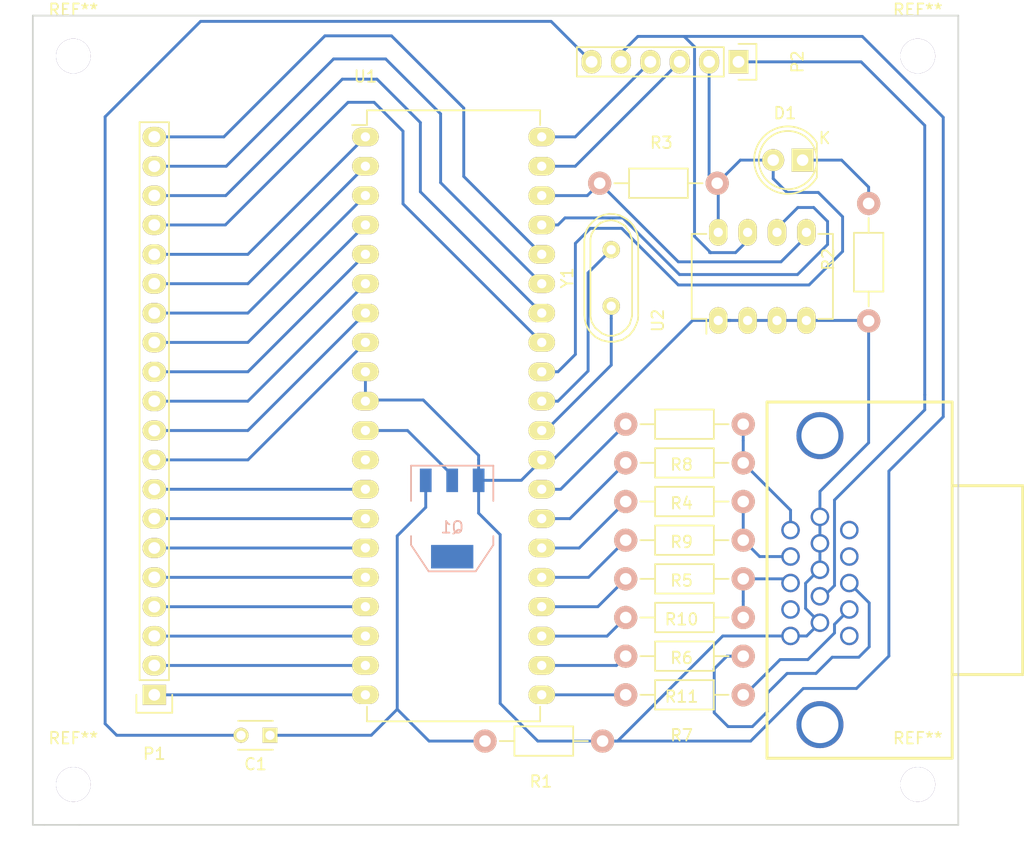
<source format=kicad_pcb>
(kicad_pcb (version 4) (host pcbnew 4.0.2-4+6225~38~ubuntu14.04.1-stable)

  (general
    (links 70)
    (no_connects 1)
    (area 12.011474 14.3745 100.893001 88.47626)
    (thickness 1.6)
    (drawings 6)
    (tracks 230)
    (zones 0)
    (modules 24)
    (nets 51)
  )

  (page A4)
  (layers
    (0 F.Cu signal)
    (31 B.Cu signal)
    (32 B.Adhes user)
    (33 F.Adhes user)
    (34 B.Paste user)
    (35 F.Paste user)
    (36 B.SilkS user)
    (37 F.SilkS user)
    (38 B.Mask user)
    (39 F.Mask user)
    (40 Dwgs.User user)
    (41 Cmts.User user)
    (42 Eco1.User user)
    (43 Eco2.User user)
    (44 Edge.Cuts user)
    (45 Margin user)
    (46 B.CrtYd user)
    (47 F.CrtYd user)
    (48 B.Fab user)
    (49 F.Fab user)
  )

  (setup
    (last_trace_width 0.25)
    (trace_clearance 0.2)
    (zone_clearance 0.508)
    (zone_45_only no)
    (trace_min 0.2)
    (segment_width 0.2)
    (edge_width 0.15)
    (via_size 0.6)
    (via_drill 0.4)
    (via_min_size 0.4)
    (via_min_drill 0.3)
    (uvia_size 0.3)
    (uvia_drill 0.1)
    (uvias_allowed no)
    (uvia_min_size 0.2)
    (uvia_min_drill 0.1)
    (pcb_text_width 0.3)
    (pcb_text_size 1.5 1.5)
    (mod_edge_width 0.15)
    (mod_text_size 1 1)
    (mod_text_width 0.15)
    (pad_size 1.524 1.524)
    (pad_drill 0.762)
    (pad_to_mask_clearance 0.2)
    (aux_axis_origin 15 86)
    (visible_elements 7FFFFFFF)
    (pcbplotparams
      (layerselection 0x00000_80000000)
      (usegerberextensions false)
      (excludeedgelayer true)
      (linewidth 0.100000)
      (plotframeref false)
      (viasonmask false)
      (mode 1)
      (useauxorigin false)
      (hpglpennumber 1)
      (hpglpenspeed 20)
      (hpglpendiameter 15)
      (hpglpenoverlay 2)
      (psnegative false)
      (psa4output false)
      (plotreference true)
      (plotvalue true)
      (plotinvisibletext false)
      (padsonsilk false)
      (subtractmaskfromsilk false)
      (outputformat 4)
      (mirror false)
      (drillshape 1)
      (scaleselection 1)
      (outputdirectory production))
  )

  (net 0 "")
  (net 1 "Net-(C1-Pad1)")
  (net 2 PROP_DTR)
  (net 3 "Net-(D1-Pad1)")
  (net 4 3.3V)
  (net 5 "Net-(P1-Pad1)")
  (net 6 "Net-(P1-Pad2)")
  (net 7 "Net-(P1-Pad3)")
  (net 8 "Net-(P1-Pad4)")
  (net 9 "Net-(P1-Pad5)")
  (net 10 "Net-(P1-Pad6)")
  (net 11 "Net-(P1-Pad7)")
  (net 12 "Net-(P1-Pad8)")
  (net 13 "Net-(P1-Pad9)")
  (net 14 "Net-(P1-Pad10)")
  (net 15 "Net-(P1-Pad11)")
  (net 16 "Net-(P1-Pad12)")
  (net 17 "Net-(P1-Pad13)")
  (net 18 "Net-(P1-Pad14)")
  (net 19 "Net-(P1-Pad15)")
  (net 20 "Net-(P1-Pad16)")
  (net 21 "Net-(P1-Pad17)")
  (net 22 "Net-(P1-Pad18)")
  (net 23 PROP_RX)
  (net 24 "Net-(P1-Pad20)")
  (net 25 5V)
  (net 26 GND)
  (net 27 "Net-(P3-Pad15)")
  (net 28 "Net-(P3-Pad14)")
  (net 29 "Net-(P3-Pad13)")
  (net 30 "Net-(P3-Pad12)")
  (net 31 "Net-(P3-Pad11)")
  (net 32 "Net-(P3-Pad4)")
  (net 33 "Net-(P3-Pad3)")
  (net 34 "Net-(P3-Pad2)")
  (net 35 "Net-(P3-Pad1)")
  (net 36 "Net-(Q1-Pad2)")
  (net 37 "Net-(R3-Pad1)")
  (net 38 "Net-(R4-Pad2)")
  (net 39 "Net-(R5-Pad2)")
  (net 40 "Net-(R6-Pad2)")
  (net 41 "Net-(R7-Pad2)")
  (net 42 "Net-(R8-Pad2)")
  (net 43 "Net-(R9-Pad2)")
  (net 44 "Net-(R10-Pad2)")
  (net 45 "Net-(R11-Pad2)")
  (net 46 "Net-(U1-Pad30)")
  (net 47 "Net-(U1-Pad31)")
  (net 48 "Net-(U1-Pad37)")
  (net 49 "Net-(P1-Pad19)")
  (net 50 PROP_TX)

  (net_class Default "This is the default net class."
    (clearance 0.2)
    (trace_width 0.25)
    (via_dia 0.6)
    (via_drill 0.4)
    (uvia_dia 0.3)
    (uvia_drill 0.1)
    (add_net 3.3V)
    (add_net 5V)
    (add_net GND)
    (add_net "Net-(C1-Pad1)")
    (add_net "Net-(D1-Pad1)")
    (add_net "Net-(P1-Pad1)")
    (add_net "Net-(P1-Pad10)")
    (add_net "Net-(P1-Pad11)")
    (add_net "Net-(P1-Pad12)")
    (add_net "Net-(P1-Pad13)")
    (add_net "Net-(P1-Pad14)")
    (add_net "Net-(P1-Pad15)")
    (add_net "Net-(P1-Pad16)")
    (add_net "Net-(P1-Pad17)")
    (add_net "Net-(P1-Pad18)")
    (add_net "Net-(P1-Pad19)")
    (add_net "Net-(P1-Pad2)")
    (add_net "Net-(P1-Pad20)")
    (add_net "Net-(P1-Pad3)")
    (add_net "Net-(P1-Pad4)")
    (add_net "Net-(P1-Pad5)")
    (add_net "Net-(P1-Pad6)")
    (add_net "Net-(P1-Pad7)")
    (add_net "Net-(P1-Pad8)")
    (add_net "Net-(P1-Pad9)")
    (add_net "Net-(P3-Pad1)")
    (add_net "Net-(P3-Pad11)")
    (add_net "Net-(P3-Pad12)")
    (add_net "Net-(P3-Pad13)")
    (add_net "Net-(P3-Pad14)")
    (add_net "Net-(P3-Pad15)")
    (add_net "Net-(P3-Pad2)")
    (add_net "Net-(P3-Pad3)")
    (add_net "Net-(P3-Pad4)")
    (add_net "Net-(Q1-Pad2)")
    (add_net "Net-(R10-Pad2)")
    (add_net "Net-(R11-Pad2)")
    (add_net "Net-(R3-Pad1)")
    (add_net "Net-(R4-Pad2)")
    (add_net "Net-(R5-Pad2)")
    (add_net "Net-(R6-Pad2)")
    (add_net "Net-(R7-Pad2)")
    (add_net "Net-(R8-Pad2)")
    (add_net "Net-(R9-Pad2)")
    (add_net "Net-(U1-Pad30)")
    (add_net "Net-(U1-Pad31)")
    (add_net "Net-(U1-Pad37)")
    (add_net PROP_DTR)
    (add_net PROP_RX)
    (add_net PROP_TX)
  )

  (module Housings_DIP:DIP-40_W15.24mm_LongPads (layer F.Cu) (tedit 54130A77) (tstamp 56C218EE)
    (at 43.75 26.49)
    (descr "40-lead dip package, row spacing 15.24 mm (600 mils), longer pads")
    (tags "dil dip 2.54 600")
    (path /56B3D7DA)
    (fp_text reference U1 (at 0 -5.22) (layer F.SilkS)
      (effects (font (size 1 1) (thickness 0.15)))
    )
    (fp_text value P8X32A-D40 (at 0 -3.72) (layer F.Fab)
      (effects (font (size 1 1) (thickness 0.15)))
    )
    (fp_line (start -1.4 -2.45) (end -1.4 50.75) (layer F.CrtYd) (width 0.05))
    (fp_line (start 16.65 -2.45) (end 16.65 50.75) (layer F.CrtYd) (width 0.05))
    (fp_line (start -1.4 -2.45) (end 16.65 -2.45) (layer F.CrtYd) (width 0.05))
    (fp_line (start -1.4 50.75) (end 16.65 50.75) (layer F.CrtYd) (width 0.05))
    (fp_line (start 0.135 -2.295) (end 0.135 -1.025) (layer F.SilkS) (width 0.15))
    (fp_line (start 15.105 -2.295) (end 15.105 -1.025) (layer F.SilkS) (width 0.15))
    (fp_line (start 15.105 50.555) (end 15.105 49.285) (layer F.SilkS) (width 0.15))
    (fp_line (start 0.135 50.555) (end 0.135 49.285) (layer F.SilkS) (width 0.15))
    (fp_line (start 0.135 -2.295) (end 15.105 -2.295) (layer F.SilkS) (width 0.15))
    (fp_line (start 0.135 50.555) (end 15.105 50.555) (layer F.SilkS) (width 0.15))
    (fp_line (start 0.135 -1.025) (end -1.15 -1.025) (layer F.SilkS) (width 0.15))
    (pad 1 thru_hole oval (at 0 0) (size 2.3 1.6) (drill 0.8) (layers *.Cu *.Mask F.SilkS)
      (net 20 "Net-(P1-Pad16)"))
    (pad 2 thru_hole oval (at 0 2.54) (size 2.3 1.6) (drill 0.8) (layers *.Cu *.Mask F.SilkS)
      (net 19 "Net-(P1-Pad15)"))
    (pad 3 thru_hole oval (at 0 5.08) (size 2.3 1.6) (drill 0.8) (layers *.Cu *.Mask F.SilkS)
      (net 18 "Net-(P1-Pad14)"))
    (pad 4 thru_hole oval (at 0 7.62) (size 2.3 1.6) (drill 0.8) (layers *.Cu *.Mask F.SilkS)
      (net 17 "Net-(P1-Pad13)"))
    (pad 5 thru_hole oval (at 0 10.16) (size 2.3 1.6) (drill 0.8) (layers *.Cu *.Mask F.SilkS)
      (net 16 "Net-(P1-Pad12)"))
    (pad 6 thru_hole oval (at 0 12.7) (size 2.3 1.6) (drill 0.8) (layers *.Cu *.Mask F.SilkS)
      (net 15 "Net-(P1-Pad11)"))
    (pad 7 thru_hole oval (at 0 15.24) (size 2.3 1.6) (drill 0.8) (layers *.Cu *.Mask F.SilkS)
      (net 14 "Net-(P1-Pad10)"))
    (pad 8 thru_hole oval (at 0 17.78) (size 2.3 1.6) (drill 0.8) (layers *.Cu *.Mask F.SilkS)
      (net 13 "Net-(P1-Pad9)"))
    (pad 9 thru_hole oval (at 0 20.32) (size 2.3 1.6) (drill 0.8) (layers *.Cu *.Mask F.SilkS)
      (net 26 GND))
    (pad 10 thru_hole oval (at 0 22.86) (size 2.3 1.6) (drill 0.8) (layers *.Cu *.Mask F.SilkS)
      (net 26 GND))
    (pad 11 thru_hole oval (at 0 25.4) (size 2.3 1.6) (drill 0.8) (layers *.Cu *.Mask F.SilkS)
      (net 36 "Net-(Q1-Pad2)"))
    (pad 12 thru_hole oval (at 0 27.94) (size 2.3 1.6) (drill 0.8) (layers *.Cu *.Mask F.SilkS)
      (net 4 3.3V))
    (pad 13 thru_hole oval (at 0 30.48) (size 2.3 1.6) (drill 0.8) (layers *.Cu *.Mask F.SilkS)
      (net 12 "Net-(P1-Pad8)"))
    (pad 14 thru_hole oval (at 0 33.02) (size 2.3 1.6) (drill 0.8) (layers *.Cu *.Mask F.SilkS)
      (net 11 "Net-(P1-Pad7)"))
    (pad 15 thru_hole oval (at 0 35.56) (size 2.3 1.6) (drill 0.8) (layers *.Cu *.Mask F.SilkS)
      (net 10 "Net-(P1-Pad6)"))
    (pad 16 thru_hole oval (at 0 38.1) (size 2.3 1.6) (drill 0.8) (layers *.Cu *.Mask F.SilkS)
      (net 9 "Net-(P1-Pad5)"))
    (pad 17 thru_hole oval (at 0 40.64) (size 2.3 1.6) (drill 0.8) (layers *.Cu *.Mask F.SilkS)
      (net 8 "Net-(P1-Pad4)"))
    (pad 18 thru_hole oval (at 0 43.18) (size 2.3 1.6) (drill 0.8) (layers *.Cu *.Mask F.SilkS)
      (net 7 "Net-(P1-Pad3)"))
    (pad 19 thru_hole oval (at 0 45.72) (size 2.3 1.6) (drill 0.8) (layers *.Cu *.Mask F.SilkS)
      (net 6 "Net-(P1-Pad2)"))
    (pad 20 thru_hole oval (at 0 48.26) (size 2.3 1.6) (drill 0.8) (layers *.Cu *.Mask F.SilkS)
      (net 5 "Net-(P1-Pad1)"))
    (pad 21 thru_hole oval (at 15.24 48.26) (size 2.3 1.6) (drill 0.8) (layers *.Cu *.Mask F.SilkS)
      (net 41 "Net-(R7-Pad2)"))
    (pad 22 thru_hole oval (at 15.24 45.72) (size 2.3 1.6) (drill 0.8) (layers *.Cu *.Mask F.SilkS)
      (net 45 "Net-(R11-Pad2)"))
    (pad 23 thru_hole oval (at 15.24 43.18) (size 2.3 1.6) (drill 0.8) (layers *.Cu *.Mask F.SilkS)
      (net 40 "Net-(R6-Pad2)"))
    (pad 24 thru_hole oval (at 15.24 40.64) (size 2.3 1.6) (drill 0.8) (layers *.Cu *.Mask F.SilkS)
      (net 44 "Net-(R10-Pad2)"))
    (pad 25 thru_hole oval (at 15.24 38.1) (size 2.3 1.6) (drill 0.8) (layers *.Cu *.Mask F.SilkS)
      (net 39 "Net-(R5-Pad2)"))
    (pad 26 thru_hole oval (at 15.24 35.56) (size 2.3 1.6) (drill 0.8) (layers *.Cu *.Mask F.SilkS)
      (net 43 "Net-(R9-Pad2)"))
    (pad 27 thru_hole oval (at 15.24 33.02) (size 2.3 1.6) (drill 0.8) (layers *.Cu *.Mask F.SilkS)
      (net 38 "Net-(R4-Pad2)"))
    (pad 28 thru_hole oval (at 15.24 30.48) (size 2.3 1.6) (drill 0.8) (layers *.Cu *.Mask F.SilkS)
      (net 42 "Net-(R8-Pad2)"))
    (pad 29 thru_hole oval (at 15.24 27.94) (size 2.3 1.6) (drill 0.8) (layers *.Cu *.Mask F.SilkS)
      (net 26 GND))
    (pad 30 thru_hole oval (at 15.24 25.4) (size 2.3 1.6) (drill 0.8) (layers *.Cu *.Mask F.SilkS)
      (net 46 "Net-(U1-Pad30)"))
    (pad 31 thru_hole oval (at 15.24 22.86) (size 2.3 1.6) (drill 0.8) (layers *.Cu *.Mask F.SilkS)
      (net 47 "Net-(U1-Pad31)"))
    (pad 32 thru_hole oval (at 15.24 20.32) (size 2.3 1.6) (drill 0.8) (layers *.Cu *.Mask F.SilkS)
      (net 4 3.3V))
    (pad 33 thru_hole oval (at 15.24 17.78) (size 2.3 1.6) (drill 0.8) (layers *.Cu *.Mask F.SilkS)
      (net 21 "Net-(P1-Pad17)"))
    (pad 34 thru_hole oval (at 15.24 15.24) (size 2.3 1.6) (drill 0.8) (layers *.Cu *.Mask F.SilkS)
      (net 22 "Net-(P1-Pad18)"))
    (pad 35 thru_hole oval (at 15.24 12.7) (size 2.3 1.6) (drill 0.8) (layers *.Cu *.Mask F.SilkS)
      (net 49 "Net-(P1-Pad19)"))
    (pad 36 thru_hole oval (at 15.24 10.16) (size 2.3 1.6) (drill 0.8) (layers *.Cu *.Mask F.SilkS)
      (net 24 "Net-(P1-Pad20)"))
    (pad 37 thru_hole oval (at 15.24 7.62) (size 2.3 1.6) (drill 0.8) (layers *.Cu *.Mask F.SilkS)
      (net 48 "Net-(U1-Pad37)"))
    (pad 38 thru_hole oval (at 15.24 5.08) (size 2.3 1.6) (drill 0.8) (layers *.Cu *.Mask F.SilkS)
      (net 37 "Net-(R3-Pad1)"))
    (pad 39 thru_hole oval (at 15.24 2.54) (size 2.3 1.6) (drill 0.8) (layers *.Cu *.Mask F.SilkS)
      (net 50 PROP_TX))
    (pad 40 thru_hole oval (at 15.24 0) (size 2.3 1.6) (drill 0.8) (layers *.Cu *.Mask F.SilkS)
      (net 23 PROP_RX))
    (model Housings_DIP.3dshapes/DIP-40_W15.24mm_LongPads.wrl
      (at (xyz 0 0 0))
      (scale (xyz 1 1 1))
      (rotate (xyz 0 0 0))
    )
  )

  (module Pin_Headers:Pin_Header_Straight_1x20 (layer F.Cu) (tedit 0) (tstamp 56C21859)
    (at 25.5 74.75 180)
    (descr "Through hole pin header")
    (tags "pin header")
    (path /56BE773D)
    (fp_text reference P1 (at 0 -5.1 180) (layer F.SilkS)
      (effects (font (size 1 1) (thickness 0.15)))
    )
    (fp_text value CONN_01X20 (at 0 -3.1 180) (layer F.Fab)
      (effects (font (size 1 1) (thickness 0.15)))
    )
    (fp_line (start -1.75 -1.75) (end -1.75 50.05) (layer F.CrtYd) (width 0.05))
    (fp_line (start 1.75 -1.75) (end 1.75 50.05) (layer F.CrtYd) (width 0.05))
    (fp_line (start -1.75 -1.75) (end 1.75 -1.75) (layer F.CrtYd) (width 0.05))
    (fp_line (start -1.75 50.05) (end 1.75 50.05) (layer F.CrtYd) (width 0.05))
    (fp_line (start 1.27 1.27) (end 1.27 49.53) (layer F.SilkS) (width 0.15))
    (fp_line (start 1.27 49.53) (end -1.27 49.53) (layer F.SilkS) (width 0.15))
    (fp_line (start -1.27 49.53) (end -1.27 1.27) (layer F.SilkS) (width 0.15))
    (fp_line (start 1.55 -1.55) (end 1.55 0) (layer F.SilkS) (width 0.15))
    (fp_line (start 1.27 1.27) (end -1.27 1.27) (layer F.SilkS) (width 0.15))
    (fp_line (start -1.55 0) (end -1.55 -1.55) (layer F.SilkS) (width 0.15))
    (fp_line (start -1.55 -1.55) (end 1.55 -1.55) (layer F.SilkS) (width 0.15))
    (pad 1 thru_hole rect (at 0 0 180) (size 2.032 1.7272) (drill 1.016) (layers *.Cu *.Mask F.SilkS)
      (net 5 "Net-(P1-Pad1)"))
    (pad 2 thru_hole oval (at 0 2.54 180) (size 2.032 1.7272) (drill 1.016) (layers *.Cu *.Mask F.SilkS)
      (net 6 "Net-(P1-Pad2)"))
    (pad 3 thru_hole oval (at 0 5.08 180) (size 2.032 1.7272) (drill 1.016) (layers *.Cu *.Mask F.SilkS)
      (net 7 "Net-(P1-Pad3)"))
    (pad 4 thru_hole oval (at 0 7.62 180) (size 2.032 1.7272) (drill 1.016) (layers *.Cu *.Mask F.SilkS)
      (net 8 "Net-(P1-Pad4)"))
    (pad 5 thru_hole oval (at 0 10.16 180) (size 2.032 1.7272) (drill 1.016) (layers *.Cu *.Mask F.SilkS)
      (net 9 "Net-(P1-Pad5)"))
    (pad 6 thru_hole oval (at 0 12.7 180) (size 2.032 1.7272) (drill 1.016) (layers *.Cu *.Mask F.SilkS)
      (net 10 "Net-(P1-Pad6)"))
    (pad 7 thru_hole oval (at 0 15.24 180) (size 2.032 1.7272) (drill 1.016) (layers *.Cu *.Mask F.SilkS)
      (net 11 "Net-(P1-Pad7)"))
    (pad 8 thru_hole oval (at 0 17.78 180) (size 2.032 1.7272) (drill 1.016) (layers *.Cu *.Mask F.SilkS)
      (net 12 "Net-(P1-Pad8)"))
    (pad 9 thru_hole oval (at 0 20.32 180) (size 2.032 1.7272) (drill 1.016) (layers *.Cu *.Mask F.SilkS)
      (net 13 "Net-(P1-Pad9)"))
    (pad 10 thru_hole oval (at 0 22.86 180) (size 2.032 1.7272) (drill 1.016) (layers *.Cu *.Mask F.SilkS)
      (net 14 "Net-(P1-Pad10)"))
    (pad 11 thru_hole oval (at 0 25.4 180) (size 2.032 1.7272) (drill 1.016) (layers *.Cu *.Mask F.SilkS)
      (net 15 "Net-(P1-Pad11)"))
    (pad 12 thru_hole oval (at 0 27.94 180) (size 2.032 1.7272) (drill 1.016) (layers *.Cu *.Mask F.SilkS)
      (net 16 "Net-(P1-Pad12)"))
    (pad 13 thru_hole oval (at 0 30.48 180) (size 2.032 1.7272) (drill 1.016) (layers *.Cu *.Mask F.SilkS)
      (net 17 "Net-(P1-Pad13)"))
    (pad 14 thru_hole oval (at 0 33.02 180) (size 2.032 1.7272) (drill 1.016) (layers *.Cu *.Mask F.SilkS)
      (net 18 "Net-(P1-Pad14)"))
    (pad 15 thru_hole oval (at 0 35.56 180) (size 2.032 1.7272) (drill 1.016) (layers *.Cu *.Mask F.SilkS)
      (net 19 "Net-(P1-Pad15)"))
    (pad 16 thru_hole oval (at 0 38.1 180) (size 2.032 1.7272) (drill 1.016) (layers *.Cu *.Mask F.SilkS)
      (net 20 "Net-(P1-Pad16)"))
    (pad 17 thru_hole oval (at 0 40.64 180) (size 2.032 1.7272) (drill 1.016) (layers *.Cu *.Mask F.SilkS)
      (net 21 "Net-(P1-Pad17)"))
    (pad 18 thru_hole oval (at 0 43.18 180) (size 2.032 1.7272) (drill 1.016) (layers *.Cu *.Mask F.SilkS)
      (net 22 "Net-(P1-Pad18)"))
    (pad 19 thru_hole oval (at 0 45.72 180) (size 2.032 1.7272) (drill 1.016) (layers *.Cu *.Mask F.SilkS)
      (net 49 "Net-(P1-Pad19)"))
    (pad 20 thru_hole oval (at 0 48.26 180) (size 2.032 1.7272) (drill 1.016) (layers *.Cu *.Mask F.SilkS)
      (net 24 "Net-(P1-Pad20)"))
    (model Pin_Headers.3dshapes/Pin_Header_Straight_1x20.wrl
      (at (xyz 0 -0.95 0))
      (scale (xyz 1 1 1))
      (rotate (xyz 0 0 90))
    )
  )

  (module Pin_Headers:Pin_Header_Straight_1x06 (layer F.Cu) (tedit 0) (tstamp 56C21863)
    (at 76 20 270)
    (descr "Through hole pin header")
    (tags "pin header")
    (path /56BE77EE)
    (fp_text reference P2 (at 0 -5.1 270) (layer F.SilkS)
      (effects (font (size 1 1) (thickness 0.15)))
    )
    (fp_text value CONN_01X06 (at 0 -3.1 270) (layer F.Fab)
      (effects (font (size 1 1) (thickness 0.15)))
    )
    (fp_line (start -1.75 -1.75) (end -1.75 14.45) (layer F.CrtYd) (width 0.05))
    (fp_line (start 1.75 -1.75) (end 1.75 14.45) (layer F.CrtYd) (width 0.05))
    (fp_line (start -1.75 -1.75) (end 1.75 -1.75) (layer F.CrtYd) (width 0.05))
    (fp_line (start -1.75 14.45) (end 1.75 14.45) (layer F.CrtYd) (width 0.05))
    (fp_line (start 1.27 1.27) (end 1.27 13.97) (layer F.SilkS) (width 0.15))
    (fp_line (start 1.27 13.97) (end -1.27 13.97) (layer F.SilkS) (width 0.15))
    (fp_line (start -1.27 13.97) (end -1.27 1.27) (layer F.SilkS) (width 0.15))
    (fp_line (start 1.55 -1.55) (end 1.55 0) (layer F.SilkS) (width 0.15))
    (fp_line (start 1.27 1.27) (end -1.27 1.27) (layer F.SilkS) (width 0.15))
    (fp_line (start -1.55 0) (end -1.55 -1.55) (layer F.SilkS) (width 0.15))
    (fp_line (start -1.55 -1.55) (end 1.55 -1.55) (layer F.SilkS) (width 0.15))
    (pad 1 thru_hole rect (at 0 0 270) (size 2.032 1.7272) (drill 1.016) (layers *.Cu *.Mask F.SilkS)
      (net 25 5V))
    (pad 2 thru_hole oval (at 0 2.54 270) (size 2.032 1.7272) (drill 1.016) (layers *.Cu *.Mask F.SilkS)
      (net 4 3.3V))
    (pad 3 thru_hole oval (at 0 5.08 270) (size 2.032 1.7272) (drill 1.016) (layers *.Cu *.Mask F.SilkS)
      (net 50 PROP_TX))
    (pad 4 thru_hole oval (at 0 7.62 270) (size 2.032 1.7272) (drill 1.016) (layers *.Cu *.Mask F.SilkS)
      (net 23 PROP_RX))
    (pad 5 thru_hole oval (at 0 10.16 270) (size 2.032 1.7272) (drill 1.016) (layers *.Cu *.Mask F.SilkS)
      (net 26 GND))
    (pad 6 thru_hole oval (at 0 12.7 270) (size 2.032 1.7272) (drill 1.016) (layers *.Cu *.Mask F.SilkS)
      (net 2 PROP_DTR))
    (model Pin_Headers.3dshapes/Pin_Header_Straight_1x06.wrl
      (at (xyz 0 -0.25 0))
      (scale (xyz 1 1 1))
      (rotate (xyz 0 0 90))
    )
  )

  (module libraries:conn_SPC15430 (layer F.Cu) (tedit 0) (tstamp 56C21878)
    (at 83.04 64.83 270)
    (path /56B3D8DB)
    (fp_text reference P3 (at -8.6487 -6.9088 270) (layer F.SilkS) hide
      (effects (font (size 0.59944 0.59944) (thickness 0.0508)))
    )
    (fp_text value VGA_OUT (at 6.858 -6.7945 270) (layer F.SilkS) hide
      (effects (font (size 0.59944 0.59944) (thickness 0.0508)))
    )
    (fp_line (start -8.1661 -17.526) (end -8.1661 -11.43) (layer F.SilkS) (width 0.254))
    (fp_line (start -8.1661 -17.526) (end 8.1661 -17.526) (layer F.SilkS) (width 0.254))
    (fp_line (start 8.1661 -17.526) (end 8.1661 -11.43) (layer F.SilkS) (width 0.254))
    (fp_line (start -15.4051 -11.43) (end 15.4051 -11.43) (layer F.SilkS) (width 0.254))
    (fp_line (start 15.4051 -11.43) (end 15.4051 4.572) (layer F.SilkS) (width 0.254))
    (fp_line (start 15.4051 4.572) (end -15.4051 4.572) (layer F.SilkS) (width 0.254))
    (fp_line (start -15.4051 -11.43) (end -15.4051 4.572) (layer F.SilkS) (width 0.254))
    (pad 0 thru_hole circle (at -12.49934 0 270) (size 4.064 4.064) (drill 3.2004) (layers *.Cu *.Mask))
    (pad 0 thru_hole circle (at 12.49934 0 270) (size 4.064 4.064) (drill 3.2004) (layers *.Cu *.Mask))
    (pad 15 thru_hole circle (at 4.83 -2.54 270) (size 1.6002 1.6002) (drill 1.19126) (layers *.Cu *.Mask)
      (net 27 "Net-(P3-Pad15)"))
    (pad 10 thru_hole circle (at 3.685 0 270) (size 1.6002 1.6002) (drill 1.19126) (layers *.Cu *.Mask)
      (net 26 GND))
    (pad 14 thru_hole circle (at 2.54 -2.54 270) (size 1.6002 1.6002) (drill 1.19126) (layers *.Cu *.Mask)
      (net 28 "Net-(P3-Pad14)"))
    (pad 13 thru_hole circle (at 0.25 -2.54 270) (size 1.6002 1.6002) (drill 1.19126) (layers *.Cu *.Mask)
      (net 29 "Net-(P3-Pad13)"))
    (pad 12 thru_hole circle (at -2.04 -2.54 270) (size 1.6002 1.6002) (drill 1.19126) (layers *.Cu *.Mask)
      (net 30 "Net-(P3-Pad12)"))
    (pad 11 thru_hole circle (at -4.33 -2.54 270) (size 1.6002 1.6002) (drill 1.19126) (layers *.Cu *.Mask)
      (net 31 "Net-(P3-Pad11)"))
    (pad 9 thru_hole circle (at 1.395 0 270) (size 1.6002 1.6002) (drill 1.19126) (layers *.Cu *.Mask)
      (net 25 5V))
    (pad 8 thru_hole circle (at -0.895 0 270) (size 1.6002 1.6002) (drill 1.19126) (layers *.Cu *.Mask)
      (net 26 GND))
    (pad 7 thru_hole circle (at -3.185 0 270) (size 1.6002 1.6002) (drill 1.19126) (layers *.Cu *.Mask)
      (net 26 GND))
    (pad 6 thru_hole circle (at -5.475 0 270) (size 1.6002 1.6002) (drill 1.2) (layers *.Cu *.Mask)
      (net 26 GND))
    (pad 5 thru_hole circle (at 4.83 2.54 270) (size 1.6002 1.6002) (drill 1.19126) (layers *.Cu *.Mask)
      (net 26 GND))
    (pad 4 thru_hole circle (at 2.54 2.54 270) (size 1.6002 1.6002) (drill 1.19126) (layers *.Cu *.Mask)
      (net 32 "Net-(P3-Pad4)"))
    (pad 3 thru_hole circle (at 0.25 2.54 270) (size 1.6002 1.6002) (drill 1.19126) (layers *.Cu *.Mask)
      (net 33 "Net-(P3-Pad3)"))
    (pad 2 thru_hole circle (at -2.04 2.54 270) (size 1.6002 1.6002) (drill 1.19126) (layers *.Cu *.Mask)
      (net 34 "Net-(P3-Pad2)"))
    (pad 1 thru_hole circle (at -4.33 2.54 270) (size 1.6002 1.6002) (drill 1.19126) (layers *.Cu *.Mask)
      (net 35 "Net-(P3-Pad1)"))
    (model conn_spc15430.wrl
      (at (xyz 0 0 0))
      (scale (xyz 1 1 1))
      (rotate (xyz 0 0 0))
    )
  )

  (module TO_SOT_Packages_SMD:SOT-223 (layer B.Cu) (tedit 0) (tstamp 56C21880)
    (at 51.25 59.5)
    (descr "module CMS SOT223 4 pins")
    (tags "CMS SOT")
    (path /56BE85CA)
    (attr smd)
    (fp_text reference Q1 (at 0 0.762) (layer B.SilkS)
      (effects (font (size 1 1) (thickness 0.15)) (justify mirror))
    )
    (fp_text value PZT2222A (at 0 -0.762) (layer B.Fab)
      (effects (font (size 1 1) (thickness 0.15)) (justify mirror))
    )
    (fp_line (start -3.556 -1.524) (end -3.556 -4.572) (layer B.SilkS) (width 0.15))
    (fp_line (start -3.556 -4.572) (end 3.556 -4.572) (layer B.SilkS) (width 0.15))
    (fp_line (start 3.556 -4.572) (end 3.556 -1.524) (layer B.SilkS) (width 0.15))
    (fp_line (start -3.556 1.524) (end -3.556 2.286) (layer B.SilkS) (width 0.15))
    (fp_line (start -3.556 2.286) (end -2.032 4.572) (layer B.SilkS) (width 0.15))
    (fp_line (start -2.032 4.572) (end 2.032 4.572) (layer B.SilkS) (width 0.15))
    (fp_line (start 2.032 4.572) (end 3.556 2.286) (layer B.SilkS) (width 0.15))
    (fp_line (start 3.556 2.286) (end 3.556 1.524) (layer B.SilkS) (width 0.15))
    (pad 4 smd rect (at 0 3.302) (size 3.6576 2.032) (layers B.Cu B.Paste B.Mask))
    (pad 2 smd rect (at 0 -3.302) (size 1.016 2.032) (layers B.Cu B.Paste B.Mask)
      (net 36 "Net-(Q1-Pad2)"))
    (pad 3 smd rect (at 2.286 -3.302) (size 1.016 2.032) (layers B.Cu B.Paste B.Mask)
      (net 26 GND))
    (pad 1 smd rect (at -2.286 -3.302) (size 1.016 2.032) (layers B.Cu B.Paste B.Mask)
      (net 1 "Net-(C1-Pad1)"))
    (model TO_SOT_Packages_SMD.3dshapes/SOT-223.wrl
      (at (xyz 0 0 0))
      (scale (xyz 0.4 0.4 0.4))
      (rotate (xyz 0 0 0))
    )
  )

  (module Housings_DIP:DIP-8_W7.62mm_LongPads (layer F.Cu) (tedit 54130A77) (tstamp 56C218FA)
    (at 74.25 42.37 90)
    (descr "8-lead dip package, row spacing 7.62 mm (300 mils), longer pads")
    (tags "dil dip 2.54 300")
    (path /56B3EA78)
    (fp_text reference U2 (at 0 -5.22 90) (layer F.SilkS)
      (effects (font (size 1 1) (thickness 0.15)))
    )
    (fp_text value 24C512 (at 0 -3.72 90) (layer F.Fab)
      (effects (font (size 1 1) (thickness 0.15)))
    )
    (fp_line (start -1.4 -2.45) (end -1.4 10.1) (layer F.CrtYd) (width 0.05))
    (fp_line (start 9 -2.45) (end 9 10.1) (layer F.CrtYd) (width 0.05))
    (fp_line (start -1.4 -2.45) (end 9 -2.45) (layer F.CrtYd) (width 0.05))
    (fp_line (start -1.4 10.1) (end 9 10.1) (layer F.CrtYd) (width 0.05))
    (fp_line (start 0.135 -2.295) (end 0.135 -1.025) (layer F.SilkS) (width 0.15))
    (fp_line (start 7.485 -2.295) (end 7.485 -1.025) (layer F.SilkS) (width 0.15))
    (fp_line (start 7.485 9.915) (end 7.485 8.645) (layer F.SilkS) (width 0.15))
    (fp_line (start 0.135 9.915) (end 0.135 8.645) (layer F.SilkS) (width 0.15))
    (fp_line (start 0.135 -2.295) (end 7.485 -2.295) (layer F.SilkS) (width 0.15))
    (fp_line (start 0.135 9.915) (end 7.485 9.915) (layer F.SilkS) (width 0.15))
    (fp_line (start 0.135 -1.025) (end -1.15 -1.025) (layer F.SilkS) (width 0.15))
    (pad 1 thru_hole oval (at 0 0 90) (size 2.3 1.6) (drill 0.8) (layers *.Cu *.Mask F.SilkS)
      (net 26 GND))
    (pad 2 thru_hole oval (at 0 2.54 90) (size 2.3 1.6) (drill 0.8) (layers *.Cu *.Mask F.SilkS)
      (net 26 GND))
    (pad 3 thru_hole oval (at 0 5.08 90) (size 2.3 1.6) (drill 0.8) (layers *.Cu *.Mask F.SilkS)
      (net 26 GND))
    (pad 4 thru_hole oval (at 0 7.62 90) (size 2.3 1.6) (drill 0.8) (layers *.Cu *.Mask F.SilkS)
      (net 26 GND))
    (pad 5 thru_hole oval (at 7.62 7.62 90) (size 2.3 1.6) (drill 0.8) (layers *.Cu *.Mask F.SilkS)
      (net 37 "Net-(R3-Pad1)"))
    (pad 6 thru_hole oval (at 7.62 5.08 90) (size 2.3 1.6) (drill 0.8) (layers *.Cu *.Mask F.SilkS)
      (net 48 "Net-(U1-Pad37)"))
    (pad 7 thru_hole oval (at 7.62 2.54 90) (size 2.3 1.6) (drill 0.8) (layers *.Cu *.Mask F.SilkS)
      (net 26 GND))
    (pad 8 thru_hole oval (at 7.62 0 90) (size 2.3 1.6) (drill 0.8) (layers *.Cu *.Mask F.SilkS)
      (net 4 3.3V))
    (model Housings_DIP.3dshapes/DIP-8_W7.62mm_LongPads.wrl
      (at (xyz 0 0 0))
      (scale (xyz 1 1 1))
      (rotate (xyz 0 0 0))
    )
  )

  (module LEDs:LED-5MM (layer F.Cu) (tedit 5570F7EA) (tstamp 56C24201)
    (at 81.54 28.5 180)
    (descr "LED 5mm round vertical")
    (tags "LED 5mm round vertical")
    (path /56B5F331)
    (fp_text reference D1 (at 1.524 4.064 180) (layer F.SilkS)
      (effects (font (size 1 1) (thickness 0.15)))
    )
    (fp_text value LED (at 1.524 -3.937 180) (layer F.Fab)
      (effects (font (size 1 1) (thickness 0.15)))
    )
    (fp_line (start -1.5 -1.55) (end -1.5 1.55) (layer F.CrtYd) (width 0.05))
    (fp_arc (start 1.3 0) (end -1.5 1.55) (angle -302) (layer F.CrtYd) (width 0.05))
    (fp_arc (start 1.27 0) (end -1.23 -1.5) (angle 297.5) (layer F.SilkS) (width 0.15))
    (fp_line (start -1.23 1.5) (end -1.23 -1.5) (layer F.SilkS) (width 0.15))
    (fp_circle (center 1.27 0) (end 0.97 -2.5) (layer F.SilkS) (width 0.15))
    (fp_text user K (at -1.905 1.905 180) (layer F.SilkS)
      (effects (font (size 1 1) (thickness 0.15)))
    )
    (pad 1 thru_hole rect (at 0 0 270) (size 2 1.9) (drill 1.00076) (layers *.Cu *.Mask F.SilkS)
      (net 3 "Net-(D1-Pad1)"))
    (pad 2 thru_hole circle (at 2.54 0 180) (size 1.9 1.9) (drill 1.00076) (layers *.Cu *.Mask F.SilkS)
      (net 4 3.3V))
    (model LEDs.3dshapes/LED-5MM.wrl
      (at (xyz 0.05 0 0))
      (scale (xyz 1 1 1))
      (rotate (xyz 0 0 90))
    )
  )

  (module Resistors_ThroughHole:Resistor_Horizontal_RM10mm (layer F.Cu) (tedit 56648415) (tstamp 56C24206)
    (at 64.25 78.75 180)
    (descr "Resistor, Axial,  RM 10mm, 1/3W")
    (tags "Resistor Axial RM 10mm 1/3W")
    (path /56B7C3FF)
    (fp_text reference R1 (at 5.32892 -3.50012 180) (layer F.SilkS)
      (effects (font (size 1 1) (thickness 0.15)))
    )
    (fp_text value 10k (at 5.08 3.81 180) (layer F.Fab)
      (effects (font (size 1 1) (thickness 0.15)))
    )
    (fp_line (start -1.25 -1.5) (end 11.4 -1.5) (layer F.CrtYd) (width 0.05))
    (fp_line (start -1.25 1.5) (end -1.25 -1.5) (layer F.CrtYd) (width 0.05))
    (fp_line (start 11.4 -1.5) (end 11.4 1.5) (layer F.CrtYd) (width 0.05))
    (fp_line (start -1.25 1.5) (end 11.4 1.5) (layer F.CrtYd) (width 0.05))
    (fp_line (start 2.54 -1.27) (end 7.62 -1.27) (layer F.SilkS) (width 0.15))
    (fp_line (start 7.62 -1.27) (end 7.62 1.27) (layer F.SilkS) (width 0.15))
    (fp_line (start 7.62 1.27) (end 2.54 1.27) (layer F.SilkS) (width 0.15))
    (fp_line (start 2.54 1.27) (end 2.54 -1.27) (layer F.SilkS) (width 0.15))
    (fp_line (start 2.54 0) (end 1.27 0) (layer F.SilkS) (width 0.15))
    (fp_line (start 7.62 0) (end 8.89 0) (layer F.SilkS) (width 0.15))
    (pad 1 thru_hole circle (at 0 0 180) (size 1.99898 1.99898) (drill 1.00076) (layers *.Cu *.SilkS *.Mask)
      (net 26 GND))
    (pad 2 thru_hole circle (at 10.16 0 180) (size 1.99898 1.99898) (drill 1.00076) (layers *.Cu *.SilkS *.Mask)
      (net 1 "Net-(C1-Pad1)"))
    (model Resistors_ThroughHole.3dshapes/Resistor_Horizontal_RM10mm.wrl
      (at (xyz 0 0 0))
      (scale (xyz 0.4 0.4 0.4))
      (rotate (xyz 0 0 0))
    )
  )

  (module Resistors_ThroughHole:Resistor_Horizontal_RM10mm (layer F.Cu) (tedit 56648415) (tstamp 56C2420B)
    (at 87.25 42.41 90)
    (descr "Resistor, Axial,  RM 10mm, 1/3W")
    (tags "Resistor Axial RM 10mm 1/3W")
    (path /56B5F44A)
    (fp_text reference R2 (at 5.32892 -3.50012 90) (layer F.SilkS)
      (effects (font (size 1 1) (thickness 0.15)))
    )
    (fp_text value 1.5k (at 5.08 3.81 90) (layer F.Fab)
      (effects (font (size 1 1) (thickness 0.15)))
    )
    (fp_line (start -1.25 -1.5) (end 11.4 -1.5) (layer F.CrtYd) (width 0.05))
    (fp_line (start -1.25 1.5) (end -1.25 -1.5) (layer F.CrtYd) (width 0.05))
    (fp_line (start 11.4 -1.5) (end 11.4 1.5) (layer F.CrtYd) (width 0.05))
    (fp_line (start -1.25 1.5) (end 11.4 1.5) (layer F.CrtYd) (width 0.05))
    (fp_line (start 2.54 -1.27) (end 7.62 -1.27) (layer F.SilkS) (width 0.15))
    (fp_line (start 7.62 -1.27) (end 7.62 1.27) (layer F.SilkS) (width 0.15))
    (fp_line (start 7.62 1.27) (end 2.54 1.27) (layer F.SilkS) (width 0.15))
    (fp_line (start 2.54 1.27) (end 2.54 -1.27) (layer F.SilkS) (width 0.15))
    (fp_line (start 2.54 0) (end 1.27 0) (layer F.SilkS) (width 0.15))
    (fp_line (start 7.62 0) (end 8.89 0) (layer F.SilkS) (width 0.15))
    (pad 1 thru_hole circle (at 0 0 90) (size 1.99898 1.99898) (drill 1.00076) (layers *.Cu *.SilkS *.Mask)
      (net 26 GND))
    (pad 2 thru_hole circle (at 10.16 0 90) (size 1.99898 1.99898) (drill 1.00076) (layers *.Cu *.SilkS *.Mask)
      (net 3 "Net-(D1-Pad1)"))
    (model Resistors_ThroughHole.3dshapes/Resistor_Horizontal_RM10mm.wrl
      (at (xyz 0 0 0))
      (scale (xyz 0.4 0.4 0.4))
      (rotate (xyz 0 0 0))
    )
  )

  (module Resistors_ThroughHole:Resistor_Horizontal_RM10mm (layer F.Cu) (tedit 56648415) (tstamp 56C24210)
    (at 64 30.5)
    (descr "Resistor, Axial,  RM 10mm, 1/3W")
    (tags "Resistor Axial RM 10mm 1/3W")
    (path /56B5E9EC)
    (fp_text reference R3 (at 5.32892 -3.50012) (layer F.SilkS)
      (effects (font (size 1 1) (thickness 0.15)))
    )
    (fp_text value 10k (at 5.08 3.81) (layer F.Fab)
      (effects (font (size 1 1) (thickness 0.15)))
    )
    (fp_line (start -1.25 -1.5) (end 11.4 -1.5) (layer F.CrtYd) (width 0.05))
    (fp_line (start -1.25 1.5) (end -1.25 -1.5) (layer F.CrtYd) (width 0.05))
    (fp_line (start 11.4 -1.5) (end 11.4 1.5) (layer F.CrtYd) (width 0.05))
    (fp_line (start -1.25 1.5) (end 11.4 1.5) (layer F.CrtYd) (width 0.05))
    (fp_line (start 2.54 -1.27) (end 7.62 -1.27) (layer F.SilkS) (width 0.15))
    (fp_line (start 7.62 -1.27) (end 7.62 1.27) (layer F.SilkS) (width 0.15))
    (fp_line (start 7.62 1.27) (end 2.54 1.27) (layer F.SilkS) (width 0.15))
    (fp_line (start 2.54 1.27) (end 2.54 -1.27) (layer F.SilkS) (width 0.15))
    (fp_line (start 2.54 0) (end 1.27 0) (layer F.SilkS) (width 0.15))
    (fp_line (start 7.62 0) (end 8.89 0) (layer F.SilkS) (width 0.15))
    (pad 1 thru_hole circle (at 0 0) (size 1.99898 1.99898) (drill 1.00076) (layers *.Cu *.SilkS *.Mask)
      (net 37 "Net-(R3-Pad1)"))
    (pad 2 thru_hole circle (at 10.16 0) (size 1.99898 1.99898) (drill 1.00076) (layers *.Cu *.SilkS *.Mask)
      (net 4 3.3V))
    (model Resistors_ThroughHole.3dshapes/Resistor_Horizontal_RM10mm.wrl
      (at (xyz 0 0 0))
      (scale (xyz 0.4 0.4 0.4))
      (rotate (xyz 0 0 0))
    )
  )

  (module Resistors_ThroughHole:Resistor_Horizontal_RM10mm locked (layer F.Cu) (tedit 56648415) (tstamp 56C24215)
    (at 76.41 54.6875 180)
    (descr "Resistor, Axial,  RM 10mm, 1/3W")
    (tags "Resistor Axial RM 10mm 1/3W")
    (path /56B3E13C)
    (fp_text reference R4 (at 5.32892 -3.50012 180) (layer F.SilkS)
      (effects (font (size 1 1) (thickness 0.15)))
    )
    (fp_text value 470 (at 5.08 3.81 180) (layer F.Fab)
      (effects (font (size 1 1) (thickness 0.15)))
    )
    (fp_line (start -1.25 -1.5) (end 11.4 -1.5) (layer F.CrtYd) (width 0.05))
    (fp_line (start -1.25 1.5) (end -1.25 -1.5) (layer F.CrtYd) (width 0.05))
    (fp_line (start 11.4 -1.5) (end 11.4 1.5) (layer F.CrtYd) (width 0.05))
    (fp_line (start -1.25 1.5) (end 11.4 1.5) (layer F.CrtYd) (width 0.05))
    (fp_line (start 2.54 -1.27) (end 7.62 -1.27) (layer F.SilkS) (width 0.15))
    (fp_line (start 7.62 -1.27) (end 7.62 1.27) (layer F.SilkS) (width 0.15))
    (fp_line (start 7.62 1.27) (end 2.54 1.27) (layer F.SilkS) (width 0.15))
    (fp_line (start 2.54 1.27) (end 2.54 -1.27) (layer F.SilkS) (width 0.15))
    (fp_line (start 2.54 0) (end 1.27 0) (layer F.SilkS) (width 0.15))
    (fp_line (start 7.62 0) (end 8.89 0) (layer F.SilkS) (width 0.15))
    (pad 1 thru_hole circle (at 0 0 180) (size 1.99898 1.99898) (drill 1.00076) (layers *.Cu *.SilkS *.Mask)
      (net 35 "Net-(P3-Pad1)"))
    (pad 2 thru_hole circle (at 10.16 0 180) (size 1.99898 1.99898) (drill 1.00076) (layers *.Cu *.SilkS *.Mask)
      (net 38 "Net-(R4-Pad2)"))
    (model Resistors_ThroughHole.3dshapes/Resistor_Horizontal_RM10mm.wrl
      (at (xyz 0 0 0))
      (scale (xyz 0.4 0.4 0.4))
      (rotate (xyz 0 0 0))
    )
  )

  (module Resistors_ThroughHole:Resistor_Horizontal_RM10mm locked (layer F.Cu) (tedit 56648415) (tstamp 56C2421A)
    (at 76.41 61.375 180)
    (descr "Resistor, Axial,  RM 10mm, 1/3W")
    (tags "Resistor Axial RM 10mm 1/3W")
    (path /56B3DEC9)
    (fp_text reference R5 (at 5.32892 -3.50012 180) (layer F.SilkS)
      (effects (font (size 1 1) (thickness 0.15)))
    )
    (fp_text value 470 (at 5.08 3.81 180) (layer F.Fab)
      (effects (font (size 1 1) (thickness 0.15)))
    )
    (fp_line (start -1.25 -1.5) (end 11.4 -1.5) (layer F.CrtYd) (width 0.05))
    (fp_line (start -1.25 1.5) (end -1.25 -1.5) (layer F.CrtYd) (width 0.05))
    (fp_line (start 11.4 -1.5) (end 11.4 1.5) (layer F.CrtYd) (width 0.05))
    (fp_line (start -1.25 1.5) (end 11.4 1.5) (layer F.CrtYd) (width 0.05))
    (fp_line (start 2.54 -1.27) (end 7.62 -1.27) (layer F.SilkS) (width 0.15))
    (fp_line (start 7.62 -1.27) (end 7.62 1.27) (layer F.SilkS) (width 0.15))
    (fp_line (start 7.62 1.27) (end 2.54 1.27) (layer F.SilkS) (width 0.15))
    (fp_line (start 2.54 1.27) (end 2.54 -1.27) (layer F.SilkS) (width 0.15))
    (fp_line (start 2.54 0) (end 1.27 0) (layer F.SilkS) (width 0.15))
    (fp_line (start 7.62 0) (end 8.89 0) (layer F.SilkS) (width 0.15))
    (pad 1 thru_hole circle (at 0 0 180) (size 1.99898 1.99898) (drill 1.00076) (layers *.Cu *.SilkS *.Mask)
      (net 34 "Net-(P3-Pad2)"))
    (pad 2 thru_hole circle (at 10.16 0 180) (size 1.99898 1.99898) (drill 1.00076) (layers *.Cu *.SilkS *.Mask)
      (net 39 "Net-(R5-Pad2)"))
    (model Resistors_ThroughHole.3dshapes/Resistor_Horizontal_RM10mm.wrl
      (at (xyz 0 0 0))
      (scale (xyz 0.4 0.4 0.4))
      (rotate (xyz 0 0 0))
    )
  )

  (module Resistors_ThroughHole:Resistor_Horizontal_RM10mm locked (layer F.Cu) (tedit 56648415) (tstamp 56C2421F)
    (at 76.41 68.0625 180)
    (descr "Resistor, Axial,  RM 10mm, 1/3W")
    (tags "Resistor Axial RM 10mm 1/3W")
    (path /56B3DB9A)
    (fp_text reference R6 (at 5.32892 -3.50012 180) (layer F.SilkS)
      (effects (font (size 1 1) (thickness 0.15)))
    )
    (fp_text value 470 (at 5.08 3.81 180) (layer F.Fab)
      (effects (font (size 1 1) (thickness 0.15)))
    )
    (fp_line (start -1.25 -1.5) (end 11.4 -1.5) (layer F.CrtYd) (width 0.05))
    (fp_line (start -1.25 1.5) (end -1.25 -1.5) (layer F.CrtYd) (width 0.05))
    (fp_line (start 11.4 -1.5) (end 11.4 1.5) (layer F.CrtYd) (width 0.05))
    (fp_line (start -1.25 1.5) (end 11.4 1.5) (layer F.CrtYd) (width 0.05))
    (fp_line (start 2.54 -1.27) (end 7.62 -1.27) (layer F.SilkS) (width 0.15))
    (fp_line (start 7.62 -1.27) (end 7.62 1.27) (layer F.SilkS) (width 0.15))
    (fp_line (start 7.62 1.27) (end 2.54 1.27) (layer F.SilkS) (width 0.15))
    (fp_line (start 2.54 1.27) (end 2.54 -1.27) (layer F.SilkS) (width 0.15))
    (fp_line (start 2.54 0) (end 1.27 0) (layer F.SilkS) (width 0.15))
    (fp_line (start 7.62 0) (end 8.89 0) (layer F.SilkS) (width 0.15))
    (pad 1 thru_hole circle (at 0 0 180) (size 1.99898 1.99898) (drill 1.00076) (layers *.Cu *.SilkS *.Mask)
      (net 33 "Net-(P3-Pad3)"))
    (pad 2 thru_hole circle (at 10.16 0 180) (size 1.99898 1.99898) (drill 1.00076) (layers *.Cu *.SilkS *.Mask)
      (net 40 "Net-(R6-Pad2)"))
    (model Resistors_ThroughHole.3dshapes/Resistor_Horizontal_RM10mm.wrl
      (at (xyz 0 0 0))
      (scale (xyz 0.4 0.4 0.4))
      (rotate (xyz 0 0 0))
    )
  )

  (module Resistors_ThroughHole:Resistor_Horizontal_RM10mm (layer F.Cu) (tedit 56648415) (tstamp 56C24224)
    (at 76.41 74.75 180)
    (descr "Resistor, Axial,  RM 10mm, 1/3W")
    (tags "Resistor Axial RM 10mm 1/3W")
    (path /56B3DA31)
    (fp_text reference R7 (at 5.32892 -3.50012 180) (layer F.SilkS)
      (effects (font (size 1 1) (thickness 0.15)))
    )
    (fp_text value 240 (at 5.08 3.81 180) (layer F.Fab)
      (effects (font (size 1 1) (thickness 0.15)))
    )
    (fp_line (start -1.25 -1.5) (end 11.4 -1.5) (layer F.CrtYd) (width 0.05))
    (fp_line (start -1.25 1.5) (end -1.25 -1.5) (layer F.CrtYd) (width 0.05))
    (fp_line (start 11.4 -1.5) (end 11.4 1.5) (layer F.CrtYd) (width 0.05))
    (fp_line (start -1.25 1.5) (end 11.4 1.5) (layer F.CrtYd) (width 0.05))
    (fp_line (start 2.54 -1.27) (end 7.62 -1.27) (layer F.SilkS) (width 0.15))
    (fp_line (start 7.62 -1.27) (end 7.62 1.27) (layer F.SilkS) (width 0.15))
    (fp_line (start 7.62 1.27) (end 2.54 1.27) (layer F.SilkS) (width 0.15))
    (fp_line (start 2.54 1.27) (end 2.54 -1.27) (layer F.SilkS) (width 0.15))
    (fp_line (start 2.54 0) (end 1.27 0) (layer F.SilkS) (width 0.15))
    (fp_line (start 7.62 0) (end 8.89 0) (layer F.SilkS) (width 0.15))
    (pad 1 thru_hole circle (at 0 0 180) (size 1.99898 1.99898) (drill 1.00076) (layers *.Cu *.SilkS *.Mask)
      (net 28 "Net-(P3-Pad14)"))
    (pad 2 thru_hole circle (at 10.16 0 180) (size 1.99898 1.99898) (drill 1.00076) (layers *.Cu *.SilkS *.Mask)
      (net 41 "Net-(R7-Pad2)"))
    (model Resistors_ThroughHole.3dshapes/Resistor_Horizontal_RM10mm.wrl
      (at (xyz 0 0 0))
      (scale (xyz 0.4 0.4 0.4))
      (rotate (xyz 0 0 0))
    )
  )

  (module Resistors_ThroughHole:Resistor_Horizontal_RM10mm locked (layer F.Cu) (tedit 56648415) (tstamp 56C24229)
    (at 76.41 51.34375 180)
    (descr "Resistor, Axial,  RM 10mm, 1/3W")
    (tags "Resistor Axial RM 10mm 1/3W")
    (path /56B3E18E)
    (fp_text reference R8 (at 5.32892 -3.50012 180) (layer F.SilkS)
      (effects (font (size 1 1) (thickness 0.15)))
    )
    (fp_text value 240 (at 5.08 3.81 180) (layer F.Fab)
      (effects (font (size 1 1) (thickness 0.15)))
    )
    (fp_line (start -1.25 -1.5) (end 11.4 -1.5) (layer F.CrtYd) (width 0.05))
    (fp_line (start -1.25 1.5) (end -1.25 -1.5) (layer F.CrtYd) (width 0.05))
    (fp_line (start 11.4 -1.5) (end 11.4 1.5) (layer F.CrtYd) (width 0.05))
    (fp_line (start -1.25 1.5) (end 11.4 1.5) (layer F.CrtYd) (width 0.05))
    (fp_line (start 2.54 -1.27) (end 7.62 -1.27) (layer F.SilkS) (width 0.15))
    (fp_line (start 7.62 -1.27) (end 7.62 1.27) (layer F.SilkS) (width 0.15))
    (fp_line (start 7.62 1.27) (end 2.54 1.27) (layer F.SilkS) (width 0.15))
    (fp_line (start 2.54 1.27) (end 2.54 -1.27) (layer F.SilkS) (width 0.15))
    (fp_line (start 2.54 0) (end 1.27 0) (layer F.SilkS) (width 0.15))
    (fp_line (start 7.62 0) (end 8.89 0) (layer F.SilkS) (width 0.15))
    (pad 1 thru_hole circle (at 0 0 180) (size 1.99898 1.99898) (drill 1.00076) (layers *.Cu *.SilkS *.Mask)
      (net 35 "Net-(P3-Pad1)"))
    (pad 2 thru_hole circle (at 10.16 0 180) (size 1.99898 1.99898) (drill 1.00076) (layers *.Cu *.SilkS *.Mask)
      (net 42 "Net-(R8-Pad2)"))
    (model Resistors_ThroughHole.3dshapes/Resistor_Horizontal_RM10mm.wrl
      (at (xyz 0 0 0))
      (scale (xyz 0.4 0.4 0.4))
      (rotate (xyz 0 0 0))
    )
  )

  (module Resistors_ThroughHole:Resistor_Horizontal_RM10mm locked (layer F.Cu) (tedit 56648415) (tstamp 56C2422E)
    (at 76.41 58.03125 180)
    (descr "Resistor, Axial,  RM 10mm, 1/3W")
    (tags "Resistor Axial RM 10mm 1/3W")
    (path /56B3DF20)
    (fp_text reference R9 (at 5.32892 -3.50012 180) (layer F.SilkS)
      (effects (font (size 1 1) (thickness 0.15)))
    )
    (fp_text value 240 (at 5.08 3.81 180) (layer F.Fab)
      (effects (font (size 1 1) (thickness 0.15)))
    )
    (fp_line (start -1.25 -1.5) (end 11.4 -1.5) (layer F.CrtYd) (width 0.05))
    (fp_line (start -1.25 1.5) (end -1.25 -1.5) (layer F.CrtYd) (width 0.05))
    (fp_line (start 11.4 -1.5) (end 11.4 1.5) (layer F.CrtYd) (width 0.05))
    (fp_line (start -1.25 1.5) (end 11.4 1.5) (layer F.CrtYd) (width 0.05))
    (fp_line (start 2.54 -1.27) (end 7.62 -1.27) (layer F.SilkS) (width 0.15))
    (fp_line (start 7.62 -1.27) (end 7.62 1.27) (layer F.SilkS) (width 0.15))
    (fp_line (start 7.62 1.27) (end 2.54 1.27) (layer F.SilkS) (width 0.15))
    (fp_line (start 2.54 1.27) (end 2.54 -1.27) (layer F.SilkS) (width 0.15))
    (fp_line (start 2.54 0) (end 1.27 0) (layer F.SilkS) (width 0.15))
    (fp_line (start 7.62 0) (end 8.89 0) (layer F.SilkS) (width 0.15))
    (pad 1 thru_hole circle (at 0 0 180) (size 1.99898 1.99898) (drill 1.00076) (layers *.Cu *.SilkS *.Mask)
      (net 34 "Net-(P3-Pad2)"))
    (pad 2 thru_hole circle (at 10.16 0 180) (size 1.99898 1.99898) (drill 1.00076) (layers *.Cu *.SilkS *.Mask)
      (net 43 "Net-(R9-Pad2)"))
    (model Resistors_ThroughHole.3dshapes/Resistor_Horizontal_RM10mm.wrl
      (at (xyz 0 0 0))
      (scale (xyz 0.4 0.4 0.4))
      (rotate (xyz 0 0 0))
    )
  )

  (module Resistors_ThroughHole:Resistor_Horizontal_RM10mm locked (layer F.Cu) (tedit 56648415) (tstamp 56C24233)
    (at 76.41 64.71875 180)
    (descr "Resistor, Axial,  RM 10mm, 1/3W")
    (tags "Resistor Axial RM 10mm 1/3W")
    (path /56B3DBE5)
    (fp_text reference R10 (at 5.32892 -3.50012 180) (layer F.SilkS)
      (effects (font (size 1 1) (thickness 0.15)))
    )
    (fp_text value 240 (at 5.08 3.81 180) (layer F.Fab)
      (effects (font (size 1 1) (thickness 0.15)))
    )
    (fp_line (start -1.25 -1.5) (end 11.4 -1.5) (layer F.CrtYd) (width 0.05))
    (fp_line (start -1.25 1.5) (end -1.25 -1.5) (layer F.CrtYd) (width 0.05))
    (fp_line (start 11.4 -1.5) (end 11.4 1.5) (layer F.CrtYd) (width 0.05))
    (fp_line (start -1.25 1.5) (end 11.4 1.5) (layer F.CrtYd) (width 0.05))
    (fp_line (start 2.54 -1.27) (end 7.62 -1.27) (layer F.SilkS) (width 0.15))
    (fp_line (start 7.62 -1.27) (end 7.62 1.27) (layer F.SilkS) (width 0.15))
    (fp_line (start 7.62 1.27) (end 2.54 1.27) (layer F.SilkS) (width 0.15))
    (fp_line (start 2.54 1.27) (end 2.54 -1.27) (layer F.SilkS) (width 0.15))
    (fp_line (start 2.54 0) (end 1.27 0) (layer F.SilkS) (width 0.15))
    (fp_line (start 7.62 0) (end 8.89 0) (layer F.SilkS) (width 0.15))
    (pad 1 thru_hole circle (at 0 0 180) (size 1.99898 1.99898) (drill 1.00076) (layers *.Cu *.SilkS *.Mask)
      (net 33 "Net-(P3-Pad3)"))
    (pad 2 thru_hole circle (at 10.16 0 180) (size 1.99898 1.99898) (drill 1.00076) (layers *.Cu *.SilkS *.Mask)
      (net 44 "Net-(R10-Pad2)"))
    (model Resistors_ThroughHole.3dshapes/Resistor_Horizontal_RM10mm.wrl
      (at (xyz 0 0 0))
      (scale (xyz 0.4 0.4 0.4))
      (rotate (xyz 0 0 0))
    )
  )

  (module Resistors_ThroughHole:Resistor_Horizontal_RM10mm (layer F.Cu) (tedit 56648415) (tstamp 56C24238)
    (at 76.41 71.40625 180)
    (descr "Resistor, Axial,  RM 10mm, 1/3W")
    (tags "Resistor Axial RM 10mm 1/3W")
    (path /56B3DA8C)
    (fp_text reference R11 (at 5.32892 -3.50012 180) (layer F.SilkS)
      (effects (font (size 1 1) (thickness 0.15)))
    )
    (fp_text value 240 (at 5.08 3.81 180) (layer F.Fab)
      (effects (font (size 1 1) (thickness 0.15)))
    )
    (fp_line (start -1.25 -1.5) (end 11.4 -1.5) (layer F.CrtYd) (width 0.05))
    (fp_line (start -1.25 1.5) (end -1.25 -1.5) (layer F.CrtYd) (width 0.05))
    (fp_line (start 11.4 -1.5) (end 11.4 1.5) (layer F.CrtYd) (width 0.05))
    (fp_line (start -1.25 1.5) (end 11.4 1.5) (layer F.CrtYd) (width 0.05))
    (fp_line (start 2.54 -1.27) (end 7.62 -1.27) (layer F.SilkS) (width 0.15))
    (fp_line (start 7.62 -1.27) (end 7.62 1.27) (layer F.SilkS) (width 0.15))
    (fp_line (start 7.62 1.27) (end 2.54 1.27) (layer F.SilkS) (width 0.15))
    (fp_line (start 2.54 1.27) (end 2.54 -1.27) (layer F.SilkS) (width 0.15))
    (fp_line (start 2.54 0) (end 1.27 0) (layer F.SilkS) (width 0.15))
    (fp_line (start 7.62 0) (end 8.89 0) (layer F.SilkS) (width 0.15))
    (pad 1 thru_hole circle (at 0 0 180) (size 1.99898 1.99898) (drill 1.00076) (layers *.Cu *.SilkS *.Mask)
      (net 29 "Net-(P3-Pad13)"))
    (pad 2 thru_hole circle (at 10.16 0 180) (size 1.99898 1.99898) (drill 1.00076) (layers *.Cu *.SilkS *.Mask)
      (net 45 "Net-(R11-Pad2)"))
    (model Resistors_ThroughHole.3dshapes/Resistor_Horizontal_RM10mm.wrl
      (at (xyz 0 0 0))
      (scale (xyz 0.4 0.4 0.4))
      (rotate (xyz 0 0 0))
    )
  )

  (module Crystals:Crystal_HC49-U_Vertical (layer F.Cu) (tedit 0) (tstamp 56C2423D)
    (at 65 38.69094 90)
    (descr "Crystal, Quarz, HC49/U, vertical, stehend,")
    (tags "Crystal, Quarz, HC49/U, vertical, stehend,")
    (path /56B3E76F)
    (fp_text reference Y1 (at 0 -3.81 90) (layer F.SilkS)
      (effects (font (size 1 1) (thickness 0.15)))
    )
    (fp_text value 5MHz (at 0 3.81 90) (layer F.Fab)
      (effects (font (size 1 1) (thickness 0.15)))
    )
    (fp_line (start 4.699 -1.00076) (end 4.89966 -0.59944) (layer F.SilkS) (width 0.15))
    (fp_line (start 4.89966 -0.59944) (end 5.00126 0) (layer F.SilkS) (width 0.15))
    (fp_line (start 5.00126 0) (end 4.89966 0.50038) (layer F.SilkS) (width 0.15))
    (fp_line (start 4.89966 0.50038) (end 4.50088 1.19888) (layer F.SilkS) (width 0.15))
    (fp_line (start 4.50088 1.19888) (end 3.8989 1.6002) (layer F.SilkS) (width 0.15))
    (fp_line (start 3.8989 1.6002) (end 3.29946 1.80086) (layer F.SilkS) (width 0.15))
    (fp_line (start 3.29946 1.80086) (end -3.29946 1.80086) (layer F.SilkS) (width 0.15))
    (fp_line (start -3.29946 1.80086) (end -4.0005 1.6002) (layer F.SilkS) (width 0.15))
    (fp_line (start -4.0005 1.6002) (end -4.39928 1.30048) (layer F.SilkS) (width 0.15))
    (fp_line (start -4.39928 1.30048) (end -4.8006 0.8001) (layer F.SilkS) (width 0.15))
    (fp_line (start -4.8006 0.8001) (end -5.00126 0.20066) (layer F.SilkS) (width 0.15))
    (fp_line (start -5.00126 0.20066) (end -5.00126 -0.29972) (layer F.SilkS) (width 0.15))
    (fp_line (start -5.00126 -0.29972) (end -4.8006 -0.8001) (layer F.SilkS) (width 0.15))
    (fp_line (start -4.8006 -0.8001) (end -4.30022 -1.39954) (layer F.SilkS) (width 0.15))
    (fp_line (start -4.30022 -1.39954) (end -3.79984 -1.69926) (layer F.SilkS) (width 0.15))
    (fp_line (start -3.79984 -1.69926) (end -3.29946 -1.80086) (layer F.SilkS) (width 0.15))
    (fp_line (start -3.2004 -1.80086) (end 3.40106 -1.80086) (layer F.SilkS) (width 0.15))
    (fp_line (start 3.40106 -1.80086) (end 3.79984 -1.69926) (layer F.SilkS) (width 0.15))
    (fp_line (start 3.79984 -1.69926) (end 4.30022 -1.39954) (layer F.SilkS) (width 0.15))
    (fp_line (start 4.30022 -1.39954) (end 4.8006 -0.89916) (layer F.SilkS) (width 0.15))
    (fp_line (start -3.19024 -2.32918) (end -3.64998 -2.28092) (layer F.SilkS) (width 0.15))
    (fp_line (start -3.64998 -2.28092) (end -4.04876 -2.16916) (layer F.SilkS) (width 0.15))
    (fp_line (start -4.04876 -2.16916) (end -4.48056 -1.95072) (layer F.SilkS) (width 0.15))
    (fp_line (start -4.48056 -1.95072) (end -4.77012 -1.71958) (layer F.SilkS) (width 0.15))
    (fp_line (start -4.77012 -1.71958) (end -5.10032 -1.36906) (layer F.SilkS) (width 0.15))
    (fp_line (start -5.10032 -1.36906) (end -5.38988 -0.83058) (layer F.SilkS) (width 0.15))
    (fp_line (start -5.38988 -0.83058) (end -5.51942 -0.23114) (layer F.SilkS) (width 0.15))
    (fp_line (start -5.51942 -0.23114) (end -5.51942 0.2794) (layer F.SilkS) (width 0.15))
    (fp_line (start -5.51942 0.2794) (end -5.34924 0.98044) (layer F.SilkS) (width 0.15))
    (fp_line (start -5.34924 0.98044) (end -4.95046 1.56972) (layer F.SilkS) (width 0.15))
    (fp_line (start -4.95046 1.56972) (end -4.49072 1.94056) (layer F.SilkS) (width 0.15))
    (fp_line (start -4.49072 1.94056) (end -4.06908 2.14884) (layer F.SilkS) (width 0.15))
    (fp_line (start -4.06908 2.14884) (end -3.6195 2.30886) (layer F.SilkS) (width 0.15))
    (fp_line (start -3.6195 2.30886) (end -3.18008 2.33934) (layer F.SilkS) (width 0.15))
    (fp_line (start 4.16052 2.1209) (end 4.53898 1.89992) (layer F.SilkS) (width 0.15))
    (fp_line (start 4.53898 1.89992) (end 4.85902 1.62052) (layer F.SilkS) (width 0.15))
    (fp_line (start 4.85902 1.62052) (end 5.11048 1.29032) (layer F.SilkS) (width 0.15))
    (fp_line (start 5.11048 1.29032) (end 5.4102 0.73914) (layer F.SilkS) (width 0.15))
    (fp_line (start 5.4102 0.73914) (end 5.51942 0.26924) (layer F.SilkS) (width 0.15))
    (fp_line (start 5.51942 0.26924) (end 5.53974 -0.1905) (layer F.SilkS) (width 0.15))
    (fp_line (start 5.53974 -0.1905) (end 5.45084 -0.65024) (layer F.SilkS) (width 0.15))
    (fp_line (start 5.45084 -0.65024) (end 5.26034 -1.09982) (layer F.SilkS) (width 0.15))
    (fp_line (start 5.26034 -1.09982) (end 4.89966 -1.56972) (layer F.SilkS) (width 0.15))
    (fp_line (start 4.89966 -1.56972) (end 4.54914 -1.88976) (layer F.SilkS) (width 0.15))
    (fp_line (start 4.54914 -1.88976) (end 4.16052 -2.1209) (layer F.SilkS) (width 0.15))
    (fp_line (start 4.16052 -2.1209) (end 3.73126 -2.2606) (layer F.SilkS) (width 0.15))
    (fp_line (start 3.73126 -2.2606) (end 3.2893 -2.32918) (layer F.SilkS) (width 0.15))
    (fp_line (start -3.2004 2.32918) (end 3.2512 2.32918) (layer F.SilkS) (width 0.15))
    (fp_line (start 3.2512 2.32918) (end 3.6703 2.29108) (layer F.SilkS) (width 0.15))
    (fp_line (start 3.6703 2.29108) (end 4.16052 2.1209) (layer F.SilkS) (width 0.15))
    (fp_line (start -3.2004 -2.32918) (end 3.2512 -2.32918) (layer F.SilkS) (width 0.15))
    (pad 1 thru_hole circle (at -2.44094 0 90) (size 1.50114 1.50114) (drill 0.8001) (layers *.Cu *.Mask F.SilkS)
      (net 46 "Net-(U1-Pad30)"))
    (pad 2 thru_hole circle (at 2.44094 0 90) (size 1.50114 1.50114) (drill 0.8001) (layers *.Cu *.Mask F.SilkS)
      (net 47 "Net-(U1-Pad31)"))
  )

  (module Capacitors_ThroughHole:C_Disc_D3_P2.5 (layer F.Cu) (tedit 0) (tstamp 56C24256)
    (at 35.5 78.25 180)
    (descr "Capacitor 3mm Disc, Pitch 2.5mm")
    (tags Capacitor)
    (path /56B7CB28)
    (fp_text reference C1 (at 1.25 -2.5 180) (layer F.SilkS)
      (effects (font (size 1 1) (thickness 0.15)))
    )
    (fp_text value 10nF (at 1.25 2.5 180) (layer F.Fab)
      (effects (font (size 1 1) (thickness 0.15)))
    )
    (fp_line (start -0.9 -1.5) (end 3.4 -1.5) (layer F.CrtYd) (width 0.05))
    (fp_line (start 3.4 -1.5) (end 3.4 1.5) (layer F.CrtYd) (width 0.05))
    (fp_line (start 3.4 1.5) (end -0.9 1.5) (layer F.CrtYd) (width 0.05))
    (fp_line (start -0.9 1.5) (end -0.9 -1.5) (layer F.CrtYd) (width 0.05))
    (fp_line (start -0.25 -1.25) (end 2.75 -1.25) (layer F.SilkS) (width 0.15))
    (fp_line (start 2.75 1.25) (end -0.25 1.25) (layer F.SilkS) (width 0.15))
    (pad 1 thru_hole rect (at 0 0 180) (size 1.3 1.3) (drill 0.8) (layers *.Cu *.Mask F.SilkS)
      (net 1 "Net-(C1-Pad1)"))
    (pad 2 thru_hole circle (at 2.5 0 180) (size 1.3 1.3) (drill 0.8001) (layers *.Cu *.Mask F.SilkS)
      (net 2 PROP_DTR))
    (model Capacitors_ThroughHole.3dshapes/C_Disc_D3_P2.5.wrl
      (at (xyz 0.0492126 0 0))
      (scale (xyz 1 1 1))
      (rotate (xyz 0 0 0))
    )
  )

  (module Mounting_Holes:MountingHole_3mm (layer F.Cu) (tedit 0) (tstamp 56C7691E)
    (at 18.5 19.5)
    (descr "Mounting hole, Befestigungsbohrung, 3mm, No Annular, Kein Restring,")
    (tags "Mounting hole, Befestigungsbohrung, 3mm, No Annular, Kein Restring,")
    (fp_text reference REF** (at 0 -4.0005) (layer F.SilkS)
      (effects (font (size 1 1) (thickness 0.15)))
    )
    (fp_text value MountingHole_3mm (at 1.00076 5.00126) (layer F.Fab)
      (effects (font (size 1 1) (thickness 0.15)))
    )
    (fp_circle (center 0 0) (end 3 0) (layer Cmts.User) (width 0.381))
    (pad 1 thru_hole circle (at 0 0) (size 3 3) (drill 3) (layers))
  )

  (module Mounting_Holes:MountingHole_3mm (layer F.Cu) (tedit 0) (tstamp 56C76947)
    (at 91.5 19.5)
    (descr "Mounting hole, Befestigungsbohrung, 3mm, No Annular, Kein Restring,")
    (tags "Mounting hole, Befestigungsbohrung, 3mm, No Annular, Kein Restring,")
    (fp_text reference REF** (at 0 -4.0005) (layer F.SilkS)
      (effects (font (size 1 1) (thickness 0.15)))
    )
    (fp_text value MountingHole_3mm (at 1.00076 5.00126) (layer F.Fab)
      (effects (font (size 1 1) (thickness 0.15)))
    )
    (fp_circle (center 0 0) (end 3 0) (layer Cmts.User) (width 0.381))
    (pad 1 thru_hole circle (at 0 0) (size 3 3) (drill 3) (layers))
  )

  (module Mounting_Holes:MountingHole_3mm (layer F.Cu) (tedit 0) (tstamp 56C76A6C)
    (at 18.5 82.5)
    (descr "Mounting hole, Befestigungsbohrung, 3mm, No Annular, Kein Restring,")
    (tags "Mounting hole, Befestigungsbohrung, 3mm, No Annular, Kein Restring,")
    (fp_text reference REF** (at 0 -4.0005) (layer F.SilkS)
      (effects (font (size 1 1) (thickness 0.15)))
    )
    (fp_text value MountingHole_3mm (at 1.00076 5.00126) (layer F.Fab)
      (effects (font (size 1 1) (thickness 0.15)))
    )
    (fp_circle (center 0 0) (end 3 0) (layer Cmts.User) (width 0.381))
    (pad 1 thru_hole circle (at 0 0) (size 3 3) (drill 3) (layers))
  )

  (module Mounting_Holes:MountingHole_3mm (layer F.Cu) (tedit 0) (tstamp 56C76A8A)
    (at 91.5 82.5)
    (descr "Mounting hole, Befestigungsbohrung, 3mm, No Annular, Kein Restring,")
    (tags "Mounting hole, Befestigungsbohrung, 3mm, No Annular, Kein Restring,")
    (fp_text reference REF** (at 0 -4.0005) (layer F.SilkS)
      (effects (font (size 1 1) (thickness 0.15)))
    )
    (fp_text value MountingHole_3mm (at 1.00076 5.00126) (layer F.Fab)
      (effects (font (size 1 1) (thickness 0.15)))
    )
    (fp_circle (center 0 0) (end 3 0) (layer Cmts.User) (width 0.381))
    (pad 1 thru_hole circle (at 0 0) (size 3 3) (drill 3) (layers))
  )

  (gr_line (start 15 86) (end 16 86) (angle 90) (layer Edge.Cuts) (width 0.15))
  (gr_line (start 15 16) (end 15 86) (angle 90) (layer Edge.Cuts) (width 0.15))
  (gr_line (start 19 86) (end 16 86) (angle 90) (layer Edge.Cuts) (width 0.15))
  (gr_line (start 95 86) (end 19 86) (angle 90) (layer Edge.Cuts) (width 0.15))
  (gr_line (start 95 16) (end 95 86) (angle 90) (layer Edge.Cuts) (width 0.15))
  (gr_line (start 15 16) (end 95 16) (angle 90) (layer Edge.Cuts) (width 0.15))

  (segment (start 35.5 78.25) (end 44.25 78.25) (width 0.25) (layer B.Cu) (net 1))
  (segment (start 44.25 78.25) (end 46.5 76) (width 0.25) (layer B.Cu) (net 1) (tstamp 56C36B04))
  (segment (start 48.964 56.198) (end 48.964 58.536) (width 0.25) (layer B.Cu) (net 1))
  (segment (start 49.25 78.75) (end 54.09 78.75) (width 0.25) (layer B.Cu) (net 1) (tstamp 56C36914))
  (segment (start 46.5 76) (end 49.25 78.75) (width 0.25) (layer B.Cu) (net 1) (tstamp 56C36911))
  (segment (start 46.5 61) (end 46.5 76) (width 0.25) (layer B.Cu) (net 1) (tstamp 56C3690F))
  (segment (start 48.964 58.536) (end 46.5 61) (width 0.25) (layer B.Cu) (net 1) (tstamp 56C3690A))
  (segment (start 33 78.25) (end 22.25 78.25) (width 0.25) (layer B.Cu) (net 2))
  (segment (start 59.8 16.5) (end 63.3 20) (width 0.25) (layer B.Cu) (net 2) (tstamp 56C36B0F))
  (segment (start 29.5 16.5) (end 59.8 16.5) (width 0.25) (layer B.Cu) (net 2) (tstamp 56C36B0D))
  (segment (start 21.25 24.75) (end 29.5 16.5) (width 0.25) (layer B.Cu) (net 2) (tstamp 56C36B0B))
  (segment (start 21.25 77.25) (end 21.25 24.75) (width 0.25) (layer B.Cu) (net 2) (tstamp 56C36B09))
  (segment (start 22.25 78.25) (end 21.25 77.25) (width 0.25) (layer B.Cu) (net 2) (tstamp 56C36B07))
  (segment (start 87.25 32.25) (end 87.25 30.836508) (width 0.25) (layer B.Cu) (net 3))
  (segment (start 87.25 30.836508) (end 84.913492 28.5) (width 0.25) (layer B.Cu) (net 3))
  (segment (start 84.913492 28.5) (end 82.74 28.5) (width 0.25) (layer B.Cu) (net 3))
  (segment (start 82.74 28.5) (end 81.54 28.5) (width 0.25) (layer B.Cu) (net 3))
  (segment (start 79 28.5) (end 79 30.1) (width 0.25) (layer B.Cu) (net 4))
  (segment (start 85 36.4) (end 82.1 39.3) (width 0.25) (layer B.Cu) (net 4) (tstamp 56C36C35))
  (segment (start 85 33.4) (end 85 36.4) (width 0.25) (layer B.Cu) (net 4) (tstamp 56C36C33))
  (segment (start 82.9 31.3) (end 85 33.4) (width 0.25) (layer B.Cu) (net 4) (tstamp 56C36C31))
  (segment (start 80.2 31.3) (end 82.9 31.3) (width 0.25) (layer B.Cu) (net 4) (tstamp 56C36C2F))
  (segment (start 79 30.1) (end 80.2 31.3) (width 0.25) (layer B.Cu) (net 4) (tstamp 56C36C2C))
  (segment (start 73.46 20) (end 73.46 29.8) (width 0.25) (layer B.Cu) (net 4))
  (segment (start 73.46 29.8) (end 74.16 30.5) (width 0.25) (layer B.Cu) (net 4) (tstamp 56C36662))
  (segment (start 58.99 46.81) (end 60.39 46.81) (width 0.25) (layer B.Cu) (net 4))
  (segment (start 65.9 34.4) (end 70.8 39.3) (width 0.25) (layer B.Cu) (net 4))
  (segment (start 61.9 35.7) (end 63.2 34.4) (width 0.25) (layer B.Cu) (net 4))
  (segment (start 61.9 45.3) (end 61.9 35.7) (width 0.25) (layer B.Cu) (net 4))
  (segment (start 60.39 46.81) (end 61.9 45.3) (width 0.25) (layer B.Cu) (net 4))
  (segment (start 70.8 39.3) (end 82.1 39.3) (width 0.25) (layer B.Cu) (net 4))
  (segment (start 63.2 34.4) (end 65.9 34.4) (width 0.25) (layer B.Cu) (net 4))
  (segment (start 74.25 34.75) (end 74.25 30.59) (width 0.25) (layer B.Cu) (net 4))
  (segment (start 74.25 30.59) (end 74.16 30.5) (width 0.25) (layer B.Cu) (net 4))
  (segment (start 74.16 30.5) (end 76.16 28.5) (width 0.25) (layer B.Cu) (net 4))
  (segment (start 76.16 28.5) (end 79 28.5) (width 0.25) (layer B.Cu) (net 4))
  (segment (start 58.64 46.81) (end 58.99 46.81) (width 0.25) (layer B.Cu) (net 4))
  (segment (start 25.5 74.75) (end 43.75 74.75) (width 0.25) (layer B.Cu) (net 5))
  (segment (start 43.75 72.21) (end 25.5 72.21) (width 0.25) (layer B.Cu) (net 6))
  (segment (start 25.5 69.67) (end 43.75 69.67) (width 0.25) (layer B.Cu) (net 7))
  (segment (start 43.75 67.13) (end 25.5 67.13) (width 0.25) (layer B.Cu) (net 8))
  (segment (start 43.75 64.59) (end 25.5 64.59) (width 0.25) (layer B.Cu) (net 9))
  (segment (start 25.5 62.05) (end 43.75 62.05) (width 0.25) (layer B.Cu) (net 10))
  (segment (start 43.75 59.51) (end 25.5 59.51) (width 0.25) (layer B.Cu) (net 11))
  (segment (start 43.75 56.97) (end 25.5 56.97) (width 0.25) (layer B.Cu) (net 12))
  (segment (start 25.5 54.43) (end 33.59 54.43) (width 0.25) (layer B.Cu) (net 13))
  (segment (start 33.59 54.43) (end 43.75 44.27) (width 0.25) (layer B.Cu) (net 13) (tstamp 56C36B53))
  (segment (start 25.5 51.89) (end 33.59 51.89) (width 0.25) (layer B.Cu) (net 14))
  (segment (start 33.59 51.89) (end 43.75 41.73) (width 0.25) (layer B.Cu) (net 14) (tstamp 56C36B56))
  (segment (start 25.5 49.35) (end 33.59 49.35) (width 0.25) (layer B.Cu) (net 15))
  (segment (start 33.59 49.35) (end 43.75 39.19) (width 0.25) (layer B.Cu) (net 15) (tstamp 56C36B59))
  (segment (start 25.5 46.81) (end 33.59 46.81) (width 0.25) (layer B.Cu) (net 16))
  (segment (start 33.59 46.81) (end 43.75 36.65) (width 0.25) (layer B.Cu) (net 16) (tstamp 56C36B5C))
  (segment (start 25.5 44.27) (end 33.59 44.27) (width 0.25) (layer B.Cu) (net 17))
  (segment (start 33.59 44.27) (end 43.75 34.11) (width 0.25) (layer B.Cu) (net 17) (tstamp 56C36B5F))
  (segment (start 25.5 41.73) (end 33.59 41.73) (width 0.25) (layer B.Cu) (net 18))
  (segment (start 33.59 41.73) (end 43.75 31.57) (width 0.25) (layer B.Cu) (net 18) (tstamp 56C36B62))
  (segment (start 25.5 39.19) (end 33.59 39.19) (width 0.25) (layer B.Cu) (net 19))
  (segment (start 33.59 39.19) (end 43.75 29.03) (width 0.25) (layer B.Cu) (net 19) (tstamp 56C36B65))
  (segment (start 25.5 36.65) (end 33.59 36.65) (width 0.25) (layer B.Cu) (net 20))
  (segment (start 33.59 36.65) (end 43.75 26.49) (width 0.25) (layer B.Cu) (net 20) (tstamp 56C36B68))
  (segment (start 25.5 34.11) (end 31.64 34.11) (width 0.25) (layer B.Cu) (net 21))
  (segment (start 31.64 34.11) (end 42.25 23.5) (width 0.25) (layer B.Cu) (net 21) (tstamp 56C36544))
  (segment (start 42.25 23.5) (end 44.5 23.5) (width 0.25) (layer B.Cu) (net 21) (tstamp 56C3654A))
  (segment (start 44.5 23.5) (end 47 26) (width 0.25) (layer B.Cu) (net 21) (tstamp 56C3654E))
  (segment (start 47 26) (end 47 32.28) (width 0.25) (layer B.Cu) (net 21) (tstamp 56C36550))
  (segment (start 47 32.28) (end 58.99 44.27) (width 0.25) (layer B.Cu) (net 21) (tstamp 56C36554))
  (segment (start 58.64 44.27) (end 58.99 44.27) (width 0.25) (layer B.Cu) (net 21))
  (segment (start 25.5 31.57) (end 31.68 31.57) (width 0.25) (layer B.Cu) (net 22))
  (segment (start 31.68 31.57) (end 41.75 21.5) (width 0.25) (layer B.Cu) (net 22) (tstamp 56C36562))
  (segment (start 41.75 21.5) (end 44.75 21.5) (width 0.25) (layer B.Cu) (net 22) (tstamp 56C36568))
  (segment (start 44.75 21.5) (end 48.5 25.25) (width 0.25) (layer B.Cu) (net 22) (tstamp 56C3656B))
  (segment (start 48.5 25.25) (end 48.5 31.24) (width 0.25) (layer B.Cu) (net 22) (tstamp 56C3656D))
  (segment (start 48.5 31.24) (end 58.99 41.73) (width 0.25) (layer B.Cu) (net 22) (tstamp 56C36570))
  (segment (start 58.99 26.49) (end 61.89 26.49) (width 0.25) (layer B.Cu) (net 23))
  (segment (start 61.89 26.49) (end 68.38 20) (width 0.25) (layer B.Cu) (net 23) (tstamp 56C36B73))
  (segment (start 25.5 26.49) (end 31.51 26.49) (width 0.25) (layer B.Cu) (net 24))
  (segment (start 31.51 26.49) (end 40.25 17.75) (width 0.25) (layer B.Cu) (net 24) (tstamp 56C36586))
  (segment (start 40.25 17.75) (end 46 17.75) (width 0.25) (layer B.Cu) (net 24) (tstamp 56C3658D))
  (segment (start 46 17.75) (end 52.25 24) (width 0.25) (layer B.Cu) (net 24) (tstamp 56C3658F))
  (segment (start 52.25 24) (end 52.25 29.91) (width 0.25) (layer B.Cu) (net 24) (tstamp 56C36593))
  (segment (start 52.25 29.91) (end 58.99 36.65) (width 0.25) (layer B.Cu) (net 24) (tstamp 56C36595))
  (segment (start 83.04 66.225) (end 83.375 66.225) (width 0.25) (layer B.Cu) (net 25))
  (segment (start 83.375 66.225) (end 84.3 65.3) (width 0.25) (layer B.Cu) (net 25) (tstamp 56C36840))
  (segment (start 92.1 50.1) (end 92.1 48.8) (width 0.25) (layer B.Cu) (net 25) (tstamp 56C3684F))
  (segment (start 84.3 57.9) (end 92.1 50.1) (width 0.25) (layer B.Cu) (net 25) (tstamp 56C3684A))
  (segment (start 84.3 65.3) (end 84.3 57.9) (width 0.25) (layer B.Cu) (net 25) (tstamp 56C36843))
  (segment (start 76 20) (end 86.6 20) (width 0.25) (layer B.Cu) (net 25))
  (segment (start 92.1 48.8) (end 92.1 25.5) (width 0.25) (layer B.Cu) (net 25) (tstamp 56C36856))
  (segment (start 92.1 25.5) (end 86.6 20) (width 0.25) (layer B.Cu) (net 25))
  (segment (start 64.25 78.75) (end 77.05 78.75) (width 0.25) (layer B.Cu) (net 26))
  (segment (start 86.7 17.8) (end 71.3 17.8) (width 0.25) (layer B.Cu) (net 26) (tstamp 56C36C7E))
  (segment (start 93.7 24.8) (end 86.7 17.8) (width 0.25) (layer B.Cu) (net 26) (tstamp 56C36C79))
  (segment (start 93.7 50.7) (end 93.7 24.8) (width 0.25) (layer B.Cu) (net 26) (tstamp 56C36C77))
  (segment (start 89 55.4) (end 93.7 50.7) (width 0.25) (layer B.Cu) (net 26) (tstamp 56C36C74))
  (segment (start 89 71.4) (end 89 55.4) (width 0.25) (layer B.Cu) (net 26) (tstamp 56C36C71))
  (segment (start 86.2 74.2) (end 89 71.4) (width 0.25) (layer B.Cu) (net 26) (tstamp 56C36C6D))
  (segment (start 81.6 74.2) (end 86.2 74.2) (width 0.25) (layer B.Cu) (net 26) (tstamp 56C36C6A))
  (segment (start 77.05 78.75) (end 81.6 74.2) (width 0.25) (layer B.Cu) (net 26) (tstamp 56C36C65))
  (segment (start 53.536 56.198) (end 57.222 56.198) (width 0.25) (layer B.Cu) (net 26))
  (segment (start 57.222 56.198) (end 58.99 54.43) (width 0.25) (layer B.Cu) (net 26) (tstamp 56C36BB8))
  (segment (start 64.25 78.75) (end 58.65 78.75) (width 0.25) (layer B.Cu) (net 26))
  (segment (start 53.536 59.036) (end 53.536 56.198) (width 0.25) (layer B.Cu) (net 26) (tstamp 56C36BB4))
  (segment (start 55.4 60.9) (end 53.536 59.036) (width 0.25) (layer B.Cu) (net 26) (tstamp 56C36BB1))
  (segment (start 55.4 75.5) (end 55.4 60.9) (width 0.25) (layer B.Cu) (net 26) (tstamp 56C36BAE))
  (segment (start 58.65 78.75) (end 55.4 75.5) (width 0.25) (layer B.Cu) (net 26) (tstamp 56C36BA9))
  (segment (start 65.84 20) (end 65.84 19.26) (width 0.25) (layer B.Cu) (net 26))
  (segment (start 65.84 19.26) (end 67.3 17.8) (width 0.25) (layer B.Cu) (net 26) (tstamp 56C36B82))
  (segment (start 67.3 17.8) (end 71.3 17.8) (width 0.25) (layer B.Cu) (net 26) (tstamp 56C36B83))
  (segment (start 71.3 17.8) (end 72.2 18.7) (width 0.25) (layer B.Cu) (net 26) (tstamp 56C36B85))
  (segment (start 72.2 35.1) (end 73.6 36.5) (width 0.25) (layer B.Cu) (net 26) (tstamp 56C36B87))
  (segment (start 72.2 18.7) (end 72.2 35.1) (width 0.25) (layer B.Cu) (net 26) (tstamp 56C36B86))
  (segment (start 58.99 54.43) (end 59.97 54.43) (width 0.25) (layer B.Cu) (net 26))
  (segment (start 59.97 54.43) (end 72.03 42.37) (width 0.25) (layer B.Cu) (net 26) (tstamp 56C36928))
  (segment (start 72.03 42.37) (end 74.25 42.37) (width 0.25) (layer B.Cu) (net 26) (tstamp 56C3692E))
  (segment (start 87.25 42.41) (end 87.25 52.95) (width 0.25) (layer B.Cu) (net 26))
  (segment (start 83.04 57.16) (end 83.04 59.355) (width 0.25) (layer B.Cu) (net 26) (tstamp 56C368FE))
  (segment (start 87.25 52.95) (end 83.04 57.16) (width 0.25) (layer B.Cu) (net 26) (tstamp 56C368FC))
  (segment (start 83.04 63.935) (end 82.965 63.935) (width 0.25) (layer B.Cu) (net 26))
  (segment (start 82.965 63.935) (end 81.8 65.1) (width 0.25) (layer B.Cu) (net 26) (tstamp 56C368DA))
  (segment (start 81.8 67.275) (end 83.04 68.515) (width 0.25) (layer B.Cu) (net 26) (tstamp 56C368E4))
  (segment (start 81.8 65.1) (end 81.8 67.275) (width 0.25) (layer B.Cu) (net 26) (tstamp 56C368DF))
  (segment (start 80.5 69.66) (end 81.895 69.66) (width 0.25) (layer B.Cu) (net 26))
  (segment (start 81.895 69.66) (end 83.04 68.515) (width 0.25) (layer B.Cu) (net 26) (tstamp 56C3689A))
  (segment (start 64.25 78.75) (end 65.55 78.75) (width 0.25) (layer B.Cu) (net 26))
  (segment (start 74.64 69.66) (end 80.5 69.66) (width 0.25) (layer B.Cu) (net 26) (tstamp 56C36890))
  (segment (start 65.55 78.75) (end 74.64 69.66) (width 0.25) (layer B.Cu) (net 26) (tstamp 56C36883))
  (segment (start 43.75 46.81) (end 43.75 49.35) (width 0.25) (layer B.Cu) (net 26))
  (segment (start 43.75 49.35) (end 43.85 49.25) (width 0.25) (layer B.Cu) (net 26) (tstamp 56C366CC))
  (segment (start 43.85 49.25) (end 48.75 49.25) (width 0.25) (layer B.Cu) (net 26) (tstamp 56C366CD))
  (segment (start 53.536 54.43) (end 53.536 56.198) (width 0.25) (layer B.Cu) (net 26) (tstamp 56C36926))
  (segment (start 53.536 54.036) (end 53.536 54.43) (width 0.25) (layer B.Cu) (net 26) (tstamp 56C366D7))
  (segment (start 48.75 49.25) (end 53.536 54.036) (width 0.25) (layer B.Cu) (net 26) (tstamp 56C366D3))
  (segment (start 75.75 36.5) (end 76.79 35.46) (width 0.25) (layer B.Cu) (net 26) (tstamp 56C36624))
  (segment (start 73.5 36.5) (end 73.6 36.5) (width 0.25) (layer B.Cu) (net 26) (tstamp 56C36620))
  (segment (start 73.6 36.5) (end 75.75 36.5) (width 0.25) (layer B.Cu) (net 26) (tstamp 56C36B8A))
  (segment (start 76.79 35.46) (end 76.79 34.75) (width 0.25) (layer B.Cu) (net 26) (tstamp 56C36626))
  (segment (start 76.79 35.1) (end 76.79 34.75) (width 0.25) (layer B.Cu) (net 26))
  (segment (start 81.87 42.37) (end 87.21 42.37) (width 0.25) (layer B.Cu) (net 26))
  (segment (start 87.21 42.37) (end 87.25 42.41) (width 0.25) (layer B.Cu) (net 26))
  (segment (start 79.33 42.37) (end 81.87 42.37) (width 0.25) (layer B.Cu) (net 26))
  (segment (start 76.79 42.37) (end 79.33 42.37) (width 0.25) (layer B.Cu) (net 26))
  (segment (start 74.25 42.37) (end 76.79 42.37) (width 0.25) (layer B.Cu) (net 26))
  (segment (start 75.3 42.37) (end 74.25 42.37) (width 0.25) (layer B.Cu) (net 26))
  (segment (start 83.04 61.645) (end 83.04 59.355) (width 0.25) (layer B.Cu) (net 26))
  (segment (start 83.04 63.935) (end 83.04 61.645) (width 0.25) (layer B.Cu) (net 26))
  (segment (start 76.41 74.75) (end 76.55 74.75) (width 0.25) (layer B.Cu) (net 28))
  (segment (start 76.55 74.75) (end 79.6 71.7) (width 0.25) (layer B.Cu) (net 28) (tstamp 56C368A5))
  (segment (start 79.6 71.7) (end 82 71.7) (width 0.25) (layer B.Cu) (net 28) (tstamp 56C368A8))
  (segment (start 82 71.7) (end 84.3 69.4) (width 0.25) (layer B.Cu) (net 28) (tstamp 56C368AB))
  (segment (start 84.3 69.4) (end 84.3 68.65) (width 0.25) (layer B.Cu) (net 28) (tstamp 56C368B0))
  (segment (start 84.3 68.65) (end 85.58 67.37) (width 0.25) (layer B.Cu) (net 28) (tstamp 56C368B6))
  (segment (start 80.2 72.9) (end 82.7 72.9) (width 0.25) (layer B.Cu) (net 29))
  (segment (start 75.105516 77.5) (end 77.2 77.5) (width 0.25) (layer B.Cu) (net 29))
  (segment (start 73.902758 76.297242) (end 75.105516 77.5) (width 0.25) (layer B.Cu) (net 29))
  (segment (start 73.902758 72.5) (end 73.902758 76.297242) (width 0.25) (layer B.Cu) (net 29))
  (segment (start 74.996508 71.40625) (end 73.902758 72.5) (width 0.25) (layer B.Cu) (net 29))
  (segment (start 76.41 71.40625) (end 74.996508 71.40625) (width 0.25) (layer B.Cu) (net 29))
  (segment (start 80.2 72.9) (end 78.5 74.6) (width 0.25) (layer B.Cu) (net 29))
  (segment (start 78.5 76.2) (end 77.2 77.5) (width 0.25) (layer B.Cu) (net 29))
  (segment (start 78.5 74.6) (end 78.5 76.2) (width 0.25) (layer B.Cu) (net 29))
  (segment (start 87.3 70.6) (end 87.3 66.8) (width 0.25) (layer B.Cu) (net 29) (tstamp 56C368CE))
  (segment (start 86.4 71.5) (end 87.3 70.6) (width 0.25) (layer B.Cu) (net 29) (tstamp 56C368CC))
  (segment (start 84.1 71.5) (end 86.4 71.5) (width 0.25) (layer B.Cu) (net 29) (tstamp 56C368C8))
  (segment (start 82.7 72.9) (end 84.1 71.5) (width 0.25) (layer B.Cu) (net 29) (tstamp 56C368C3))
  (segment (start 87.3 66.8) (end 85.58 65.08) (width 0.25) (layer B.Cu) (net 29) (tstamp 56C368D1))
  (segment (start 76.41 64.71875) (end 80.13875 64.71875) (width 0.25) (layer B.Cu) (net 33))
  (segment (start 80.13875 64.71875) (end 80.5 65.08) (width 0.25) (layer B.Cu) (net 33))
  (segment (start 76.41 68.0625) (end 76.41 66.649008) (width 0.25) (layer B.Cu) (net 33))
  (segment (start 76.41 66.649008) (end 76.41 64.71875) (width 0.25) (layer B.Cu) (net 33))
  (segment (start 76.41 61.375) (end 77.825 62.79) (width 0.25) (layer B.Cu) (net 34))
  (segment (start 77.825 62.79) (end 80.5 62.79) (width 0.25) (layer B.Cu) (net 34))
  (segment (start 76.41 58.03125) (end 76.41 61.375) (width 0.25) (layer B.Cu) (net 34))
  (segment (start 76.41 54.6875) (end 80.5 58.7775) (width 0.25) (layer B.Cu) (net 35))
  (segment (start 80.5 58.7775) (end 80.5 60.5) (width 0.25) (layer B.Cu) (net 35))
  (segment (start 76.41 51.34375) (end 76.41 52.757242) (width 0.25) (layer B.Cu) (net 35))
  (segment (start 76.41 52.757242) (end 76.41 54.6875) (width 0.25) (layer B.Cu) (net 35))
  (segment (start 51.25 56.198) (end 51.25 55.75) (width 0.25) (layer B.Cu) (net 36))
  (segment (start 51.25 55.75) (end 47.39 51.89) (width 0.25) (layer B.Cu) (net 36) (tstamp 56C366BC))
  (segment (start 47.39 51.89) (end 43.75 51.89) (width 0.25) (layer B.Cu) (net 36) (tstamp 56C366BE))
  (segment (start 79.67 37.3) (end 70.8 37.3) (width 0.25) (layer B.Cu) (net 37))
  (segment (start 70.8 37.3) (end 64 30.5) (width 0.25) (layer B.Cu) (net 37))
  (segment (start 81.87 34.75) (end 81.87 35.1) (width 0.25) (layer B.Cu) (net 37))
  (segment (start 81.87 35.1) (end 79.67 37.3) (width 0.25) (layer B.Cu) (net 37))
  (segment (start 58.99 31.57) (end 62.93 31.57) (width 0.25) (layer B.Cu) (net 37))
  (segment (start 62.93 31.57) (end 64 30.5) (width 0.25) (layer B.Cu) (net 37))
  (segment (start 58.99 59.51) (end 61.4275 59.51) (width 0.25) (layer B.Cu) (net 38))
  (segment (start 61.4275 59.51) (end 66.25 54.6875) (width 0.25) (layer B.Cu) (net 38))
  (segment (start 58.99 64.59) (end 63.035 64.59) (width 0.25) (layer B.Cu) (net 39))
  (segment (start 63.035 64.59) (end 66.25 61.375) (width 0.25) (layer B.Cu) (net 39))
  (segment (start 58.99 69.67) (end 64.6425 69.67) (width 0.25) (layer B.Cu) (net 40))
  (segment (start 64.6425 69.67) (end 66.25 68.0625) (width 0.25) (layer B.Cu) (net 40))
  (segment (start 58.99 74.75) (end 66.25 74.75) (width 0.25) (layer B.Cu) (net 41))
  (segment (start 58.99 56.97) (end 60.62375 56.97) (width 0.25) (layer B.Cu) (net 42))
  (segment (start 60.62375 56.97) (end 66.25 51.34375) (width 0.25) (layer B.Cu) (net 42))
  (segment (start 58.99 62.05) (end 62.23125 62.05) (width 0.25) (layer B.Cu) (net 43))
  (segment (start 62.23125 62.05) (end 66.25 58.03125) (width 0.25) (layer B.Cu) (net 43))
  (segment (start 58.99 67.13) (end 63.83875 67.13) (width 0.25) (layer B.Cu) (net 44))
  (segment (start 63.83875 67.13) (end 66.25 64.71875) (width 0.25) (layer B.Cu) (net 44))
  (segment (start 58.99 72.21) (end 65.44625 72.21) (width 0.25) (layer B.Cu) (net 45))
  (segment (start 65.44625 72.21) (end 66.25 71.40625) (width 0.25) (layer B.Cu) (net 45))
  (segment (start 58.99 51.89) (end 59.34 51.89) (width 0.25) (layer B.Cu) (net 46))
  (segment (start 59.34 51.89) (end 65 46.23) (width 0.25) (layer B.Cu) (net 46))
  (segment (start 65 46.23) (end 65 42.193346) (width 0.25) (layer B.Cu) (net 46))
  (segment (start 65 42.193346) (end 65 41.13188) (width 0.25) (layer B.Cu) (net 46))
  (segment (start 58.99 49.35) (end 58.64 49.35) (width 0.25) (layer B.Cu) (net 47))
  (segment (start 63 46.74) (end 63 38.25) (width 0.25) (layer B.Cu) (net 47))
  (segment (start 63 38.25) (end 65 36.25) (width 0.25) (layer B.Cu) (net 47))
  (segment (start 58.99 49.35) (end 60.39 49.35) (width 0.25) (layer B.Cu) (net 47))
  (segment (start 60.39 49.35) (end 63 46.74) (width 0.25) (layer B.Cu) (net 47))
  (segment (start 79.33 34.75) (end 79.33 34.4) (width 0.25) (layer B.Cu) (net 48))
  (segment (start 79.33 34.4) (end 81.13 32.6) (width 0.25) (layer B.Cu) (net 48))
  (segment (start 81.13 32.6) (end 82.5 32.6) (width 0.25) (layer B.Cu) (net 48))
  (segment (start 82.5 32.6) (end 83.7 33.8) (width 0.25) (layer B.Cu) (net 48))
  (segment (start 61 33.5) (end 60.39 34.11) (width 0.25) (layer B.Cu) (net 48))
  (segment (start 83.7 33.8) (end 83.7 35.8) (width 0.25) (layer B.Cu) (net 48))
  (segment (start 66 33.5) (end 61 33.5) (width 0.25) (layer B.Cu) (net 48))
  (segment (start 83.7 35.8) (end 81.1 38.4) (width 0.25) (layer B.Cu) (net 48))
  (segment (start 81.1 38.4) (end 70.9 38.4) (width 0.25) (layer B.Cu) (net 48))
  (segment (start 70.9 38.4) (end 66 33.5) (width 0.25) (layer B.Cu) (net 48))
  (segment (start 60.39 34.11) (end 58.99 34.11) (width 0.25) (layer B.Cu) (net 48))
  (segment (start 25.5 29.03) (end 31.72 29.03) (width 0.25) (layer B.Cu) (net 49))
  (segment (start 31.72 29.03) (end 41 19.75) (width 0.25) (layer B.Cu) (net 49) (tstamp 56C36576))
  (segment (start 41 19.75) (end 45.5 19.75) (width 0.25) (layer B.Cu) (net 49) (tstamp 56C3657B))
  (segment (start 45.5 19.75) (end 50.25 24.5) (width 0.25) (layer B.Cu) (net 49) (tstamp 56C3657D))
  (segment (start 50.25 24.5) (end 50.25 30.45) (width 0.25) (layer B.Cu) (net 49) (tstamp 56C36580))
  (segment (start 50.25 30.45) (end 58.99 39.19) (width 0.25) (layer B.Cu) (net 49) (tstamp 56C36582))
  (segment (start 58.99 29.03) (end 61.89 29.03) (width 0.25) (layer B.Cu) (net 50))
  (segment (start 61.89 29.03) (end 70.92 20) (width 0.25) (layer B.Cu) (net 50) (tstamp 56C36B76))
  (segment (start 58.99 29.03) (end 58.28 29.03) (width 0.25) (layer B.Cu) (net 50))

)

</source>
